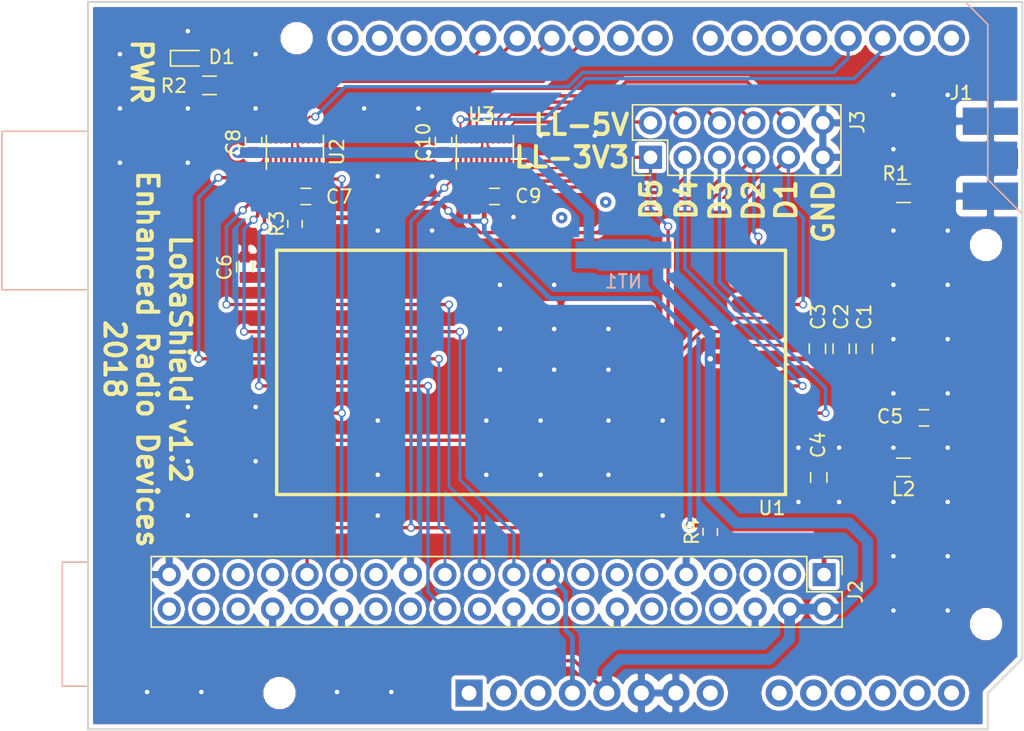
<source format=kicad_pcb>
(kicad_pcb (version 20171130) (host pcbnew "(5.0.0)")
  (title_block (date "lun. 30 mars 2015"))
  (layers (0 F.Cu signal) (31 B.Cu signal) (34 B.Paste user) (35 F.Paste user) (36 B.SilkS user) (37 F.SilkS user) (38 B.Mask user) (39 F.Mask user) (44 Edge.Cuts user))
  (net 0 "")
  (net 1 +5V)
  (net 2 GND)
  (net 3 +3V3)
  (net 4 SCK)
  (net 5 MISO)
  (net 6 MOSI)
  (net 7 SS)
  (net 8 DIO1)
  (net 9 DIO2)
  (net 10 DIO3)
  (net 11 DIO4)
  (net 12 DIO5)
  (net 13 RADIO_RESET)
  (net 14 DIO0)
  (net 15 "Net-(C4-Pad1)")
  (net 16 "Net-(C5-Pad1)")
  (net 17 /RFM_MISO)
  (net 18 /RFM_MOSI)
  (net 19 /RFM_SCK)
  (net 20 /RFM_SS)
  (net 21 /RFM_RST)
  (net 22 /RFM_DIO5)
  (net 23 /RFM_DIO4)
  (net 24 /RFM_DIO2)
  (net 25 /RFM_DIO0)
  (net 26 /RFM_DIO1)
  (net 27 /RFM_DIO3)
  (net 28 VBUS)
  (net 29 "Net-(D1-Pad2)")
  (net 30 +3.3VP)
  (net 31 "Net-(C6-Pad1)")
  (module mogar_modules_new:Via_D0.8382_Drill0.331 (layer F.Cu) (at 148.908 87.465)
    (fp_text reference REF** hide)
    (fp_text value Via_D0.8382_Drill0.331 hide)
    (pad 1 thru_hole circle (at 0 0) (size 0.8382 0.8382) (drill 0.331) (layers *.Cu))
  )
  (module mogar_modules_new:Via_D0.8382_Drill0.331 (layer F.Cu) (at 145.658 88.615)
    (fp_text reference REF** hide)
    (fp_text value Via_D0.8382_Drill0.331 hide)
    (pad 1 thru_hole circle (at 0 0) (size 0.8382 0.8382) (drill 0.331) (layers *.Cu))
  )
  (module mogar_modules_new:RFM98PW (layer F.Cu) (at 160.158 107.015 180)
    (fp_text reference U1 (at -1 -3 180) (layer F.SilkS))
    (fp_text value RFM95PW)
    (pad 17 smd rect (at 14.55 8.75 180) (size 13 6) (layers F.Cu F.Paste F.Mask) (net 2 GND))
    (pad 16 smd oval (at 33.7 0 180) (size 4 1.2) (layers F.Cu F.Paste F.Mask) (net 2 GND))
    (pad 15 smd oval (at 33.7 2 180) (size 4 1.2) (layers F.Cu F.Paste F.Mask) (net 22 /RFM_DIO5))
    (pad 14 smd oval (at 33.7 4 180) (size 4 1.2) (layers F.Cu F.Paste F.Mask) (net 21 /RFM_RST))
    (pad 13 smd oval (at 33.7 6 180) (size 4 1.2) (layers F.Cu F.Paste F.Mask) (net 20 /RFM_SS))
    (pad 12 smd oval (at 33.7 8 180) (size 4 1.2) (layers F.Cu F.Paste F.Mask) (net 19 /RFM_SCK))
    (pad 11 smd oval (at 33.7 10 180) (size 4 1.2) (layers F.Cu F.Paste F.Mask) (net 18 /RFM_MOSI))
    (pad 10 smd oval (at 33.7 12 180) (size 4 1.2) (layers F.Cu F.Paste F.Mask) (net 17 /RFM_MISO))
    (pad 9 smd oval (at 33.7 14 180) (size 4 1.2) (layers F.Cu F.Paste F.Mask) (net 31 "Net-(C6-Pad1)"))
    (pad 8 smd oval (at 0 14 180) (size 4 1.2) (layers F.Cu F.Paste F.Mask) (net 24 /RFM_DIO2))
    (pad 7 smd oval (at 0 12 180) (size 4 1.2) (layers F.Cu F.Paste F.Mask) (net 26 /RFM_DIO1))
    (pad 6 smd oval (at 0 10 180) (size 4 1.2) (layers F.Cu F.Paste F.Mask) (net 25 /RFM_DIO0))
    (pad 5 smd oval (at 0 8 180) (size 4 1.2) (layers F.Cu F.Paste F.Mask) (net 1 +5V))
    (pad 4 smd oval (at 0 6 180) (size 4 1.2) (layers F.Cu F.Paste F.Mask) (net 23 /RFM_DIO4))
    (pad 3 smd oval (at 0 4 180) (size 4 1.2) (layers F.Cu F.Paste F.Mask) (net 27 /RFM_DIO3))
    (pad 2 smd oval (at 0 2 180) (size 4 1.2) (layers F.Cu F.Paste F.Mask) (net 2 GND))
    (pad 1 smd oval (at 0 0 180) (size 4 1.2) (layers F.Cu F.Paste F.Mask) (net 15 "Net-(C4-Pad1)"))
  )
  (module mogar_modules_new:Via_D0.8382_Drill0.331 (layer F.Cu) (at 132.108 103.565)
    (fp_text reference REF** hide)
    (fp_text value Via_D0.8382_Drill0.331 hide)
    (pad 1 thru_hole circle (at 0 0) (size 0.8382 0.8382) (drill 0.331) (layers *.Cu) (net 2 GND))
  )
  (module mogar_modules_new:Via_D0.8382_Drill0.331 (layer F.Cu) (at 132.108 110.565)
    (fp_text reference REF** hide)
    (fp_text value Via_D0.8382_Drill0.331 hide)
    (pad 1 thru_hole circle (at 0 0) (size 0.8382 0.8382) (drill 0.331) (layers *.Cu) (net 2 GND))
  )
  (module mogar_modules_new:Via_D0.8382_Drill0.331 (layer F.Cu) (at 132.108 107.565)
    (fp_text reference REF** hide)
    (fp_text value Via_D0.8382_Drill0.331 hide)
    (pad 1 thru_hole circle (at 0 0) (size 0.8382 0.8382) (drill 0.331) (layers *.Cu) (net 2 GND))
  )
  (module mogar_modules_new:Via_D0.8382_Drill0.331 (layer F.Cu) (at 149.108 96.815)
    (fp_text reference REF** hide)
    (fp_text value Via_D0.8382_Drill0.331 hide)
    (pad 1 thru_hole circle (at 0 0) (size 0.8382 0.8382) (drill 0.331) (layers *.Cu) (net 2 GND))
  )
  (module mogar_modules_new:Via_D0.8382_Drill0.331 (layer F.Cu) (at 149.108 99.815)
    (fp_text reference REF** hide)
    (fp_text value Via_D0.8382_Drill0.331 hide)
    (pad 1 thru_hole circle (at 0 0) (size 0.8382 0.8382) (drill 0.331) (layers *.Cu) (net 2 GND))
  )
  (module mogar_modules_new:Via_D0.8382_Drill0.331 (layer F.Cu) (at 145.108 96.815)
    (fp_text reference REF** hide)
    (fp_text value Via_D0.8382_Drill0.331 hide)
    (pad 1 thru_hole circle (at 0 0) (size 0.8382 0.8382) (drill 0.331) (layers *.Cu) (net 2 GND))
  )
  (module mogar_modules_new:Via_D0.8382_Drill0.331 (layer F.Cu) (at 145.108 99.815)
    (fp_text reference REF** hide)
    (fp_text value Via_D0.8382_Drill0.331 hide)
    (pad 1 thru_hole circle (at 0 0) (size 0.8382 0.8382) (drill 0.331) (layers *.Cu) (net 2 GND))
  )
  (module mogar_modules_new:Via_D0.8382_Drill0.331 (layer F.Cu) (at 141.108 99.815)
    (fp_text reference REF** hide)
    (fp_text value Via_D0.8382_Drill0.331 hide)
    (pad 1 thru_hole circle (at 0 0) (size 0.8382 0.8382) (drill 0.331) (layers *.Cu) (net 2 GND))
  )
  (module mogar_modules_new:Via_D0.8382_Drill0.331 (layer F.Cu) (at 141.108 96.815)
    (fp_text reference REF** hide)
    (fp_text value Via_D0.8382_Drill0.331 hide)
    (pad 1 thru_hole circle (at 0 0) (size 0.8382 0.8382) (drill 0.331) (layers *.Cu) (net 2 GND))
  )
  (module mogar_modules_new:Via_D0.8382_Drill0.331 (layer F.Cu) (at 163.108 105.565)
    (fp_text reference REF** hide)
    (fp_text value Via_D0.8382_Drill0.331 hide)
    (pad 1 thru_hole circle (at 0 0) (size 0.8382 0.8382) (drill 0.331) (layers *.Cu) (net 2 GND))
  )
  (module mogar_modules_new:Via_D0.8382_Drill0.331 (layer F.Cu) (at 163.108 109.565)
    (fp_text reference REF** hide)
    (fp_text value Via_D0.8382_Drill0.331 hide)
    (pad 1 thru_hole circle (at 0 0) (size 0.8382 0.8382) (drill 0.331) (layers *.Cu) (net 2 GND))
  )
  (module mogar_modules_new:Via_D0.8382_Drill0.331 (layer F.Cu) (at 166.108 105.565)
    (fp_text reference REF** hide)
    (fp_text value Via_D0.8382_Drill0.331 hide)
    (pad 1 thru_hole circle (at 0 0) (size 0.8382 0.8382) (drill 0.331) (layers *.Cu) (net 2 GND))
  )
  (module mogar_modules_new:Via_D0.8382_Drill0.331 (layer F.Cu) (at 166.108 109.565)
    (fp_text reference REF** hide)
    (fp_text value Via_D0.8382_Drill0.331 hide)
    (pad 1 thru_hole circle (at 0 0) (size 0.8382 0.8382) (drill 0.331) (layers *.Cu) (net 2 GND))
  )
  (module mogar_modules_new:Via_D0.8382_Drill0.331 (layer F.Cu) (at 142.108 88.565)
    (fp_text reference REF** hide)
    (fp_text value Via_D0.8382_Drill0.331 hide)
    (pad 1 thru_hole circle (at 0 0) (size 0.8382 0.8382) (drill 0.331) (layers *.Cu) (net 2 GND))
  )
  (module mogar_modules_new:Via_D0.8382_Drill0.331 (layer F.Cu) (at 144.108 82.565)
    (fp_text reference REF** hide)
    (fp_text value Via_D0.8382_Drill0.331 hide)
    (pad 1 thru_hole circle (at 0 0) (size 0.8382 0.8382) (drill 0.331) (layers *.Cu) (net 2 GND))
  )
  (module mogar_modules_new:Via_D0.8382_Drill0.331 (layer F.Cu) (at 148.108 82.565)
    (fp_text reference REF** hide)
    (fp_text value Via_D0.8382_Drill0.331 hide)
    (pad 1 thru_hole circle (at 0 0) (size 0.8382 0.8382) (drill 0.331) (layers *.Cu) (net 2 GND))
  )
  (module mogar_modules_new:Via_D0.8382_Drill0.331 (layer F.Cu) (at 123.108 76.565)
    (fp_text reference REF** hide)
    (fp_text value Via_D0.8382_Drill0.331 hide)
    (pad 1 thru_hole circle (at 0 0) (size 0.8382 0.8382) (drill 0.331) (layers *.Cu) (net 2 GND))
  )
  (module mogar_modules_new:Via_D0.8382_Drill0.331 (layer F.Cu) (at 123.108 80.565)
    (fp_text reference REF** hide)
    (fp_text value Via_D0.8382_Drill0.331 hide)
    (pad 1 thru_hole circle (at 0 0) (size 0.8382 0.8382) (drill 0.331) (layers *.Cu) (net 2 GND))
  )
  (module mogar_modules_new:Via_D0.8382_Drill0.331 (layer F.Cu) (at 132.108 85.565)
    (fp_text reference REF** hide)
    (fp_text value Via_D0.8382_Drill0.331 hide)
    (pad 1 thru_hole circle (at 0 0) (size 0.8382 0.8382) (drill 0.331) (layers *.Cu) (net 2 GND))
  )
  (module mogar_modules_new:Via_D0.8382_Drill0.331 (layer F.Cu) (at 136.108 85.565)
    (fp_text reference REF** hide)
    (fp_text value Via_D0.8382_Drill0.331 hide)
    (pad 1 thru_hole circle (at 0 0) (size 0.8382 0.8382) (drill 0.331) (layers *.Cu) (net 2 GND))
  )
  (module mogar_modules_new:Via_D0.8382_Drill0.331 (layer F.Cu) (at 141.108 93.565)
    (fp_text reference REF** hide)
    (fp_text value Via_D0.8382_Drill0.331 hide)
    (pad 1 thru_hole circle (at 0 0) (size 0.8382 0.8382) (drill 0.331) (layers *.Cu) (net 2 GND))
  )
  (module mogar_modules_new:Via_D0.8382_Drill0.331 (layer F.Cu) (at 145.108 93.565)
    (fp_text reference REF** hide)
    (fp_text value Via_D0.8382_Drill0.331 hide)
    (pad 1 thru_hole circle (at 0 0) (size 0.8382 0.8382) (drill 0.331) (layers *.Cu) (net 2 GND))
  )
  (module mogar_modules_new:Via_D0.8382_Drill0.331 (layer F.Cu) (at 131.108 80.565)
    (fp_text reference REF** hide)
    (fp_text value Via_D0.8382_Drill0.331 hide)
    (pad 1 thru_hole circle (at 0 0) (size 0.8382 0.8382) (drill 0.331) (layers *.Cu) (net 2 GND))
  )
  (module mogar_modules_new:Via_D0.8382_Drill0.331 (layer F.Cu) (at 135.108 80.565)
    (fp_text reference REF** hide)
    (fp_text value Via_D0.8382_Drill0.331 hide)
    (pad 1 thru_hole circle (at 0 0) (size 0.8382 0.8382) (drill 0.331) (layers *.Cu) (net 2 GND))
  )
  (module mogar_modules_new:Via_D0.8382_Drill0.331 (layer F.Cu) (at 132.108 89.565)
    (fp_text reference REF** hide)
    (fp_text value Via_D0.8382_Drill0.331 hide)
    (pad 1 thru_hole circle (at 0 0) (size 0.8382 0.8382) (drill 0.331) (layers *.Cu) (net 2 GND))
  )
  (module mogar_modules_new:Via_D0.8382_Drill0.331 (layer F.Cu) (at 136.108 89.565)
    (fp_text reference REF** hide)
    (fp_text value Via_D0.8382_Drill0.331 hide)
    (pad 1 thru_hole circle (at 0 0) (size 0.8382 0.8382) (drill 0.331) (layers *.Cu) (net 2 GND))
  )
  (module mogar_modules_new:Via_D0.8382_Drill0.331 (layer F.Cu) (at 115.108 123.565)
    (fp_text reference REF** hide)
    (fp_text value Via_D0.8382_Drill0.331 hide)
    (pad 1 thru_hole circle (at 0 0) (size 0.8382 0.8382) (drill 0.331) (layers *.Cu) (net 2 GND))
  )
  (module mogar_modules_new:Via_D0.8382_Drill0.331 (layer F.Cu) (at 119.108 123.565)
    (fp_text reference REF** hide)
    (fp_text value Via_D0.8382_Drill0.331 hide)
    (pad 1 thru_hole circle (at 0 0) (size 0.8382 0.8382) (drill 0.331) (layers *.Cu) (net 2 GND))
  )
  (module mogar_modules_new:Via_D0.8382_Drill0.331 (layer F.Cu) (at 129.108 123.565)
    (fp_text reference REF** hide)
    (fp_text value Via_D0.8382_Drill0.331 hide)
    (pad 1 thru_hole circle (at 0 0) (size 0.8382 0.8382) (drill 0.331) (layers *.Cu) (net 2 GND))
  )
  (module mogar_modules_new:Via_D0.8382_Drill0.331 (layer F.Cu) (at 133.108 123.565)
    (fp_text reference REF** hide)
    (fp_text value Via_D0.8382_Drill0.331 hide)
    (pad 1 thru_hole circle (at 0 0) (size 0.8382 0.8382) (drill 0.331) (layers *.Cu) (net 2 GND))
  )
  (module mogar_modules_new:Via_D0.8382_Drill0.331 (layer F.Cu) (at 149.108 103.565)
    (fp_text reference REF** hide)
    (fp_text value Via_D0.8382_Drill0.331 hide)
    (pad 1 thru_hole circle (at 0 0) (size 0.8382 0.8382) (drill 0.331) (layers *.Cu) (net 2 GND))
  )
  (module mogar_modules_new:Via_D0.8382_Drill0.331 (layer F.Cu) (at 149.108 107.565)
    (fp_text reference REF** hide)
    (fp_text value Via_D0.8382_Drill0.331 hide)
    (pad 1 thru_hole circle (at 0 0) (size 0.8382 0.8382) (drill 0.331) (layers *.Cu) (net 2 GND))
  )
  (module mogar_modules_new:Via_D0.8382_Drill0.331 (layer F.Cu) (at 153.108 110.565)
    (fp_text reference REF** hide)
    (fp_text value Via_D0.8382_Drill0.331 hide)
    (pad 1 thru_hole circle (at 0 0) (size 0.8382 0.8382) (drill 0.331) (layers *.Cu) (net 2 GND))
  )
  (module mogar_modules_new:Via_D0.8382_Drill0.331 (layer F.Cu) (at 153.108 103.565)
    (fp_text reference REF** hide)
    (fp_text value Via_D0.8382_Drill0.331 hide)
    (pad 1 thru_hole circle (at 0 0) (size 0.8382 0.8382) (drill 0.331) (layers *.Cu) (net 2 GND))
  )
  (module mogar_modules_new:Via_D0.8382_Drill0.331 (layer F.Cu) (at 140.108 103.565)
    (fp_text reference REF** hide)
    (fp_text value Via_D0.8382_Drill0.331 hide)
    (pad 1 thru_hole circle (at 0 0) (size 0.8382 0.8382) (drill 0.331) (layers *.Cu) (net 2 GND))
  )
  (module mogar_modules_new:Via_D0.8382_Drill0.331 (layer F.Cu) (at 140.108 107.565)
    (fp_text reference REF** hide)
    (fp_text value Via_D0.8382_Drill0.331 hide)
    (pad 1 thru_hole circle (at 0 0) (size 0.8382 0.8382) (drill 0.331) (layers *.Cu) (net 2 GND))
  )
  (module mogar_modules_new:Via_D0.8382_Drill0.331 (layer F.Cu) (at 144.108 107.565)
    (fp_text reference REF** hide)
    (fp_text value Via_D0.8382_Drill0.331 hide)
    (pad 1 thru_hole circle (at 0 0) (size 0.8382 0.8382) (drill 0.331) (layers *.Cu) (net 2 GND))
  )
  (module mogar_modules_new:Via_D0.8382_Drill0.331 (layer F.Cu) (at 144.108 103.565)
    (fp_text reference REF** hide)
    (fp_text value Via_D0.8382_Drill0.331 hide)
    (pad 1 thru_hole circle (at 0 0) (size 0.8382 0.8382) (drill 0.331) (layers *.Cu) (net 2 GND))
  )
  (module mogar_modules_new:Via_D0.8382_Drill0.331 (layer F.Cu) (at 113.108 76.565)
    (fp_text reference REF** hide)
    (fp_text value Via_D0.8382_Drill0.331 hide)
    (pad 1 thru_hole circle (at 0 0) (size 0.8382 0.8382) (drill 0.331) (layers *.Cu) (net 2 GND))
  )
  (module mogar_modules_new:Via_D0.8382_Drill0.331 (layer F.Cu) (at 113.108 80.565)
    (fp_text reference REF** hide)
    (fp_text value Via_D0.8382_Drill0.331 hide)
    (pad 1 thru_hole circle (at 0 0) (size 0.8382 0.8382) (drill 0.331) (layers *.Cu) (net 2 GND))
  )
  (module mogar_modules_new:Via_D0.8382_Drill0.331 (layer F.Cu) (at 113.108 84.565)
    (fp_text reference REF** hide)
    (fp_text value Via_D0.8382_Drill0.331 hide)
    (pad 1 thru_hole circle (at 0 0) (size 0.8382 0.8382) (drill 0.331) (layers *.Cu) (net 2 GND))
  )
  (module mogar_modules_new:Via_D0.8382_Drill0.331 (layer F.Cu) (at 118.108 80.565)
    (fp_text reference REF** hide)
    (fp_text value Via_D0.8382_Drill0.331 hide)
    (pad 1 thru_hole circle (at 0 0) (size 0.8382 0.8382) (drill 0.331) (layers *.Cu) (net 2 GND))
  )
  (module mogar_modules_new:Via_D0.8382_Drill0.331 (layer F.Cu) (at 118.108 84.565)
    (fp_text reference REF** hide)
    (fp_text value Via_D0.8382_Drill0.331 hide)
    (pad 1 thru_hole circle (at 0 0) (size 0.8382 0.8382) (drill 0.331) (layers *.Cu) (net 2 GND))
  )
  (module mogar_modules_new:Via_D0.8382_Drill0.331 (layer F.Cu) (at 118.108 74.865)
    (fp_text reference REF** hide)
    (fp_text value Via_D0.8382_Drill0.331 hide)
    (pad 1 thru_hole circle (at 0 0) (size 0.8382 0.8382) (drill 0.331) (layers *.Cu) (net 2 GND))
  )
  (module mogar_modules_new:Via_D0.8382_Drill0.331 (layer F.Cu) (at 123.108 106.565)
    (fp_text reference REF** hide)
    (fp_text value Via_D0.8382_Drill0.331 hide)
    (pad 1 thru_hole circle (at 0 0) (size 0.8382 0.8382) (drill 0.331) (layers *.Cu) (net 2 GND))
  )
  (module mogar_modules_new:Via_D0.8382_Drill0.331 (layer F.Cu) (at 123.108 110.565)
    (fp_text reference REF** hide)
    (fp_text value Via_D0.8382_Drill0.331 hide)
    (pad 1 thru_hole circle (at 0 0) (size 0.8382 0.8382) (drill 0.331) (layers *.Cu) (net 2 GND))
  )
  (module mogar_modules_new:Via_D0.8382_Drill0.331 (layer F.Cu) (at 123.108 102.565)
    (fp_text reference REF** hide)
    (fp_text value Via_D0.8382_Drill0.331 hide)
    (pad 1 thru_hole circle (at 0 0) (size 0.8382 0.8382) (drill 0.331) (layers *.Cu) (net 2 GND))
  )
  (module mogar_modules_new:Via_D0.8382_Drill0.331 (layer F.Cu) (at 118.108 106.565)
    (fp_text reference REF** hide)
    (fp_text value Via_D0.8382_Drill0.331 hide)
    (pad 1 thru_hole circle (at 0 0) (size 0.8382 0.8382) (drill 0.331) (layers *.Cu) (net 2 GND))
  )
  (module mogar_modules_new:Via_D0.8382_Drill0.331 (layer F.Cu) (at 118.108 110.565)
    (fp_text reference REF** hide)
    (fp_text value Via_D0.8382_Drill0.331 hide)
    (pad 1 thru_hole circle (at 0 0) (size 0.8382 0.8382) (drill 0.331) (layers *.Cu) (net 2 GND))
  )
  (module mogar_modules_new:Via_D0.8382_Drill0.331 (layer F.Cu) (at 118.108 102.565)
    (fp_text reference REF** hide)
    (fp_text value Via_D0.8382_Drill0.331 hide)
    (pad 1 thru_hole circle (at 0 0) (size 0.8382 0.8382) (drill 0.331) (layers *.Cu) (net 2 GND))
  )
  (module mogar_modules_new:Via_D0.8382_Drill0.331 (layer F.Cu) (at 174.108 79.565)
    (fp_text reference REF** hide)
    (fp_text value Via_D0.8382_Drill0.331 hide)
    (pad 1 thru_hole circle (at 0 0) (size 0.8382 0.8382) (drill 0.331) (layers *.Cu) (net 2 GND))
  )
  (module mogar_modules_new:Via_D0.8382_Drill0.331 (layer F.Cu) (at 170.108 79.565)
    (fp_text reference REF** hide)
    (fp_text value Via_D0.8382_Drill0.331 hide)
    (pad 1 thru_hole circle (at 0 0) (size 0.8382 0.8382) (drill 0.331) (layers *.Cu) (net 2 GND))
  )
  (module mogar_modules_new:Via_D0.8382_Drill0.331 (layer F.Cu) (at 170.108 83.565)
    (fp_text reference REF** hide)
    (fp_text value Via_D0.8382_Drill0.331 hide)
    (pad 1 thru_hole circle (at 0 0) (size 0.8382 0.8382) (drill 0.331) (layers *.Cu) (net 2 GND))
  )
  (module mogar_modules_new:Via_D0.8382_Drill0.331 (layer F.Cu) (at 170.108 89.565)
    (fp_text reference REF** hide)
    (fp_text value Via_D0.8382_Drill0.331 hide)
    (pad 1 thru_hole circle (at 0 0) (size 0.8382 0.8382) (drill 0.331) (layers *.Cu) (net 2 GND))
  )
  (module mogar_modules_new:Via_D0.8382_Drill0.331 (layer F.Cu) (at 170.108 93.565)
    (fp_text reference REF** hide)
    (fp_text value Via_D0.8382_Drill0.331 hide)
    (pad 1 thru_hole circle (at 0 0) (size 0.8382 0.8382) (drill 0.331) (layers *.Cu) (net 2 GND))
  )
  (module mogar_modules_new:Via_D0.8382_Drill0.331 (layer F.Cu) (at 170.108 101.565)
    (fp_text reference REF** hide)
    (fp_text value Via_D0.8382_Drill0.331 hide)
    (pad 1 thru_hole circle (at 0 0) (size 0.8382 0.8382) (drill 0.331) (layers *.Cu) (net 2 GND))
  )
  (module mogar_modules_new:Via_D0.8382_Drill0.331 (layer F.Cu) (at 170.108 97.565)
    (fp_text reference REF** hide)
    (fp_text value Via_D0.8382_Drill0.331 hide)
    (pad 1 thru_hole circle (at 0 0) (size 0.8382 0.8382) (drill 0.331) (layers *.Cu) (net 2 GND))
  )
  (module mogar_modules_new:Via_D0.8382_Drill0.331 (layer F.Cu) (at 170.108 113.565)
    (fp_text reference REF** hide)
    (fp_text value Via_D0.8382_Drill0.331 hide)
    (pad 1 thru_hole circle (at 0 0) (size 0.8382 0.8382) (drill 0.331) (layers *.Cu) (net 2 GND))
  )
  (module mogar_modules_new:Via_D0.8382_Drill0.331 (layer F.Cu) (at 170.108 117.565)
    (fp_text reference REF** hide)
    (fp_text value Via_D0.8382_Drill0.331 hide)
    (pad 1 thru_hole circle (at 0 0) (size 0.8382 0.8382) (drill 0.331) (layers *.Cu) (net 2 GND))
  )
  (module mogar_modules_new:Via_D0.8382_Drill0.331 (layer F.Cu) (at 170.108 109.565)
    (fp_text reference REF** hide)
    (fp_text value Via_D0.8382_Drill0.331 hide)
    (pad 1 thru_hole circle (at 0 0) (size 0.8382 0.8382) (drill 0.331) (layers *.Cu) (net 2 GND))
  )
  (module mogar_modules_new:Via_D0.8382_Drill0.331 (layer F.Cu) (at 170.108 105.565)
    (fp_text reference REF** hide)
    (fp_text value Via_D0.8382_Drill0.331 hide)
    (pad 1 thru_hole circle (at 0 0) (size 0.8382 0.8382) (drill 0.331) (layers *.Cu) (net 2 GND))
  )
  (module mogar_modules_new:Via_D0.8382_Drill0.331 (layer F.Cu) (at 174.108 89.565)
    (fp_text reference REF** hide)
    (fp_text value Via_D0.8382_Drill0.331 hide)
    (pad 1 thru_hole circle (at 0 0) (size 0.8382 0.8382) (drill 0.331) (layers *.Cu) (net 2 GND))
  )
  (module mogar_modules_new:Via_D0.8382_Drill0.331 (layer F.Cu) (at 174.108 93.565)
    (fp_text reference REF** hide)
    (fp_text value Via_D0.8382_Drill0.331 hide)
    (pad 1 thru_hole circle (at 0 0) (size 0.8382 0.8382) (drill 0.331) (layers *.Cu) (net 2 GND))
  )
  (module mogar_modules_new:Via_D0.8382_Drill0.331 (layer F.Cu) (at 174.108 101.565)
    (fp_text reference REF** hide)
    (fp_text value Via_D0.8382_Drill0.331 hide)
    (pad 1 thru_hole circle (at 0 0) (size 0.8382 0.8382) (drill 0.331) (layers *.Cu) (net 2 GND))
  )
  (module mogar_modules_new:Via_D0.8382_Drill0.331 (layer F.Cu) (at 174.108 97.565)
    (fp_text reference REF** hide)
    (fp_text value Via_D0.8382_Drill0.331 hide)
    (pad 1 thru_hole circle (at 0 0) (size 0.8382 0.8382) (drill 0.331) (layers *.Cu) (net 2 GND))
  )
  (module mogar_modules_new:Via_D0.8382_Drill0.331 (layer F.Cu) (at 174.108 113.565)
    (fp_text reference REF** hide)
    (fp_text value Via_D0.8382_Drill0.331 hide)
    (pad 1 thru_hole circle (at 0 0) (size 0.8382 0.8382) (drill 0.331) (layers *.Cu) (net 2 GND))
  )
  (module mogar_modules_new:Via_D0.8382_Drill0.331 (layer F.Cu) (at 174.108 117.565)
    (fp_text reference REF** hide)
    (fp_text value Via_D0.8382_Drill0.331 hide)
    (pad 1 thru_hole circle (at 0 0) (size 0.8382 0.8382) (drill 0.331) (layers *.Cu) (net 2 GND))
  )
  (module mogar_modules_new:Via_D0.8382_Drill0.331 (layer F.Cu) (at 174.108 109.565)
    (fp_text reference REF** hide)
    (fp_text value Via_D0.8382_Drill0.331 hide)
    (pad 1 thru_hole circle (at 0 0) (size 0.8382 0.8382) (drill 0.331) (layers *.Cu) (net 2 GND))
  )
  (module mogar_modules_new:Via_D0.8382_Drill0.331 (layer F.Cu) (at 174.108 105.565)
    (fp_text reference REF** hide)
    (fp_text value Via_D0.8382_Drill0.331 hide)
    (pad 1 thru_hole circle (at 0 0) (size 0.8382 0.8382) (drill 0.331) (layers *.Cu) (net 2 GND))
  )
  (module Capacitors_SMD:C_0603 (layer F.Cu) (at 167.958 98.265 90)
    (fp_text reference C1 (at 2.35 0 90) (layer F.SilkS))
    (fp_text value 4u7)
    (pad 2 smd rect (at 0.75 0 90) (size 0.8 0.75) (layers F.Cu F.Paste F.Mask) (net 2 GND))
    (pad 1 smd rect (at -0.75 0 90) (size 0.8 0.75) (layers F.Cu F.Paste F.Mask) (net 1 +5V))
  )
  (module Capacitors_SMD:C_0603 (layer F.Cu) (at 166.258 98.265 90)
    (fp_text reference C2 (at 2.35 0 90) (layer F.SilkS))
    (fp_text value 1u)
    (pad 2 smd rect (at 0.75 0 90) (size 0.8 0.75) (layers F.Cu F.Paste F.Mask) (net 2 GND))
    (pad 1 smd rect (at -0.75 0 90) (size 0.8 0.75) (layers F.Cu F.Paste F.Mask) (net 1 +5V))
  )
  (module Capacitors_SMD:C_0603 (layer F.Cu) (at 164.508 98.265 90)
    (fp_text reference C3 (at 2.35 0.05 90) (layer F.SilkS))
    (fp_text value 0u1)
    (pad 2 smd rect (at 0.75 0 90) (size 0.8 0.75) (layers F.Cu F.Paste F.Mask) (net 2 GND))
    (pad 1 smd rect (at -0.75 0 90) (size 0.8 0.75) (layers F.Cu F.Paste F.Mask) (net 1 +5V))
  )
  (module mogar_modules_new:SMA-EDGE-HandSolder (layer F.Cu) (at 177.258 84.265 90)
    (fp_text reference J1 (at 4.85 -2.15 180) (layer F.SilkS))
    (fp_text value SMA_EDGE)
    (pad GND smd rect (at -2.762 0 90) (size 2 4.064) (layers F.Cu F.Mask) (net 2 GND))
    (pad GND smd rect (at 2.762 0 90) (size 2 4.064) (layers F.Cu F.Mask) (net 2 GND))
    (pad GND smd rect (at -2.762 0 90) (size 2 4.064) (layers B.Cu B.Mask) (net 2 GND))
    (pad GND smd rect (at 2.762 0 90) (size 2 4.064) (layers B.Cu B.Mask) (net 2 GND))
    (pad SIG smd rect (at 0 0 90) (size 1.524 4.064) (layers F.Cu F.Mask) (net 16 "Net-(C5-Pad1)"))
  )
  (module Capacitors_SMD:C_0603 (layer F.Cu) (at 164.608 107.765 270)
    (fp_text reference C4 (at -2.4 0.05 270) (layer F.SilkS))
    (fp_text value 6p)
    (pad 2 smd rect (at 0.75 0 270) (size 0.8 0.75) (layers F.Cu F.Paste F.Mask) (net 2 GND))
    (pad 1 smd rect (at -0.75 0 270) (size 0.8 0.75) (layers F.Cu F.Paste F.Mask) (net 15 "Net-(C4-Pad1)"))
  )
  (module Capacitors_SMD:C_0603 (layer F.Cu) (at 172.358 103.365)
    (fp_text reference C5 (at -2.5 -0.1) (layer F.SilkS))
    (fp_text value 6p)
    (pad 2 smd rect (at 0.75 0) (size 0.8 0.75) (layers F.Cu F.Paste F.Mask) (net 2 GND))
    (pad 1 smd rect (at -0.75 0) (size 0.8 0.75) (layers F.Cu F.Paste F.Mask) (net 16 "Net-(C5-Pad1)"))
  )
  (module Inductors_SMD:L_0603 (layer F.Cu) (at 170.858 107.015 180)
    (fp_text reference L2 (at 0 -1.6 180) (layer F.SilkS))
    (fp_text value 18n)
    (pad 1 smd rect (at -0.75 0 180) (size 0.5 0.9) (layers F.Cu F.Paste F.Mask) (net 16 "Net-(C5-Pad1)"))
    (pad 2 smd rect (at 0.75 0 180) (size 0.5 0.9) (layers F.Cu F.Paste F.Mask) (net 15 "Net-(C4-Pad1)"))
  )
  (module Capacitors_SMD:C_0603 (layer F.Cu) (at 122.308 92.265 90)
    (fp_text reference C6 (at 0 -1.5 90) (layer F.SilkS))
    (fp_text value 1u)
    (pad 2 smd rect (at 0.75 0 90) (size 0.8 0.75) (layers F.Cu F.Paste F.Mask) (net 2 GND))
    (pad 1 smd rect (at -0.75 0 90) (size 0.8 0.75) (layers F.Cu F.Paste F.Mask) (net 31 "Net-(C6-Pad1)"))
  )
  (module Capacitors_SMD:C_0603 (layer F.Cu) (at 126.808 87.05)
    (fp_text reference C7 (at 2.45 0.015) (layer F.SilkS))
    (fp_text value 0u1)
    (pad 2 smd rect (at 0.75 0) (size 0.8 0.75) (layers F.Cu F.Paste F.Mask) (net 2 GND))
    (pad 1 smd rect (at -0.75 0) (size 0.8 0.75) (layers F.Cu F.Paste F.Mask) (net 3 +3V3))
  )
  (module Capacitors_SMD:C_0603 (layer F.Cu) (at 122.958 83.05 90)
    (fp_text reference C8 (at 0 -1.5 90) (layer F.SilkS))
    (fp_text value 0u1)
    (pad 2 smd rect (at 0.75 0 90) (size 0.8 0.75) (layers F.Cu F.Paste F.Mask) (net 2 GND))
    (pad 1 smd rect (at -0.75 0 90) (size 0.8 0.75) (layers F.Cu F.Paste F.Mask) (net 28 VBUS))
  )
  (module Pin_Headers:Pin_Header_Straight_2x20_Pitch2.54mm (layer F.Cu) (at 165 114.915 270)
    (fp_text reference J2 (at 1.27 -2.33 270) (layer F.SilkS))
    (fp_text value Conn_02x20_Odd_Even)
    (pad 1 thru_hole rect (at 0 0 270) (size 1.7 1.7) (drill 1) (layers *.Cu *.Mask) (net 30 +3.3VP))
    (pad 2 thru_hole oval (at 2.54 0 270) (size 1.7 1.7) (drill 1) (layers *.Cu *.Mask) (net 1 +5V))
    (pad 3 thru_hole oval (at 0 2.54 270) (size 1.7 1.7) (drill 1) (layers *.Cu *.Mask))
    (pad 4 thru_hole oval (at 2.54 2.54 270) (size 1.7 1.7) (drill 1) (layers *.Cu *.Mask) (net 1 +5V))
    (pad 5 thru_hole oval (at 0 5.08 270) (size 1.7 1.7) (drill 1) (layers *.Cu *.Mask))
    (pad 6 thru_hole oval (at 2.54 5.08 270) (size 1.7 1.7) (drill 1) (layers *.Cu *.Mask) (net 2 GND))
    (pad 7 thru_hole oval (at 0 7.62 270) (size 1.7 1.7) (drill 1) (layers *.Cu *.Mask))
    (pad 8 thru_hole oval (at 2.54 7.62 270) (size 1.7 1.7) (drill 1) (layers *.Cu *.Mask))
    (pad 9 thru_hole oval (at 0 10.16 270) (size 1.7 1.7) (drill 1) (layers *.Cu *.Mask) (net 2 GND))
    (pad 10 thru_hole oval (at 2.54 10.16 270) (size 1.7 1.7) (drill 1) (layers *.Cu *.Mask))
    (pad 11 thru_hole oval (at 0 12.7 270) (size 1.7 1.7) (drill 1) (layers *.Cu *.Mask))
    (pad 12 thru_hole oval (at 2.54 12.7 270) (size 1.7 1.7) (drill 1) (layers *.Cu *.Mask))
    (pad 13 thru_hole oval (at 0 15.24 270) (size 1.7 1.7) (drill 1) (layers *.Cu *.Mask))
    (pad 14 thru_hole oval (at 2.54 15.24 270) (size 1.7 1.7) (drill 1) (layers *.Cu *.Mask) (net 2 GND))
    (pad 15 thru_hole oval (at 0 17.78 270) (size 1.7 1.7) (drill 1) (layers *.Cu *.Mask))
    (pad 16 thru_hole oval (at 2.54 17.78 270) (size 1.7 1.7) (drill 1) (layers *.Cu *.Mask))
    (pad 17 thru_hole oval (at 0 20.32 270) (size 1.7 1.7) (drill 1) (layers *.Cu *.Mask) (net 30 +3.3VP))
    (pad 18 thru_hole oval (at 2.54 20.32 270) (size 1.7 1.7) (drill 1) (layers *.Cu *.Mask))
    (pad 19 thru_hole oval (at 0 22.86 270) (size 1.7 1.7) (drill 1) (layers *.Cu *.Mask) (net 18 /RFM_MOSI))
    (pad 20 thru_hole oval (at 2.54 22.86 270) (size 1.7 1.7) (drill 1) (layers *.Cu *.Mask) (net 2 GND))
    (pad 21 thru_hole oval (at 0 25.4 270) (size 1.7 1.7) (drill 1) (layers *.Cu *.Mask) (net 17 /RFM_MISO))
    (pad 22 thru_hole oval (at 2.54 25.4 270) (size 1.7 1.7) (drill 1) (layers *.Cu *.Mask))
    (pad 23 thru_hole oval (at 0 27.94 270) (size 1.7 1.7) (drill 1) (layers *.Cu *.Mask) (net 19 /RFM_SCK))
    (pad 24 thru_hole oval (at 2.54 27.94 270) (size 1.7 1.7) (drill 1) (layers *.Cu *.Mask) (net 20 /RFM_SS))
    (pad 25 thru_hole oval (at 0 30.48 270) (size 1.7 1.7) (drill 1) (layers *.Cu *.Mask) (net 2 GND))
    (pad 26 thru_hole oval (at 2.54 30.48 270) (size 1.7 1.7) (drill 1) (layers *.Cu *.Mask))
    (pad 27 thru_hole oval (at 0 33.02 270) (size 1.7 1.7) (drill 1) (layers *.Cu *.Mask))
    (pad 28 thru_hole oval (at 2.54 33.02 270) (size 1.7 1.7) (drill 1) (layers *.Cu *.Mask))
    (pad 29 thru_hole oval (at 0 35.56 270) (size 1.7 1.7) (drill 1) (layers *.Cu *.Mask) (net 21 /RFM_RST))
    (pad 30 thru_hole oval (at 2.54 35.56 270) (size 1.7 1.7) (drill 1) (layers *.Cu *.Mask) (net 2 GND))
    (pad 31 thru_hole oval (at 0 38.1 270) (size 1.7 1.7) (drill 1) (layers *.Cu *.Mask) (net 25 /RFM_DIO0))
    (pad 32 thru_hole oval (at 2.54 38.1 270) (size 1.7 1.7) (drill 1) (layers *.Cu *.Mask))
    (pad 33 thru_hole oval (at 0 40.64 270) (size 1.7 1.7) (drill 1) (layers *.Cu *.Mask))
    (pad 34 thru_hole oval (at 2.54 40.64 270) (size 1.7 1.7) (drill 1) (layers *.Cu *.Mask) (net 2 GND))
    (pad 35 thru_hole oval (at 0 43.18 270) (size 1.7 1.7) (drill 1) (layers *.Cu *.Mask))
    (pad 36 thru_hole oval (at 2.54 43.18 270) (size 1.7 1.7) (drill 1) (layers *.Cu *.Mask))
    (pad 37 thru_hole oval (at 0 45.72 270) (size 1.7 1.7) (drill 1) (layers *.Cu *.Mask))
    (pad 38 thru_hole oval (at 2.54 45.72 270) (size 1.7 1.7) (drill 1) (layers *.Cu *.Mask))
    (pad 39 thru_hole oval (at 0 48.26 270) (size 1.7 1.7) (drill 1) (layers *.Cu *.Mask) (net 2 GND))
    (pad 40 thru_hole oval (at 2.54 48.26 270) (size 1.7 1.7) (drill 1) (layers *.Cu *.Mask))
  )
  (module Housings_SON:USON-20_2x4mm_Pitch0.4mm (layer F.Cu) (at 126 83.55 90)
    (fp_text reference U2 (at -0.215 3.108 90) (layer F.SilkS))
    (fp_text value TXB0108-DFN20)
    (pad 1 smd rect (at -0.85 -1.8) (size 0.2 1.1) (layers F.Cu F.Paste F.Mask) (net 19 /RFM_SCK))
    (pad 2 smd rect (at -0.9 -1.4) (size 0.2 1) (layers F.Cu F.Paste F.Mask) (net 17 /RFM_MISO))
    (pad 3 smd rect (at -0.9 -1) (size 0.2 1) (layers F.Cu F.Paste F.Mask) (net 18 /RFM_MOSI))
    (pad 4 smd rect (at -0.9 -0.6) (size 0.2 1) (layers F.Cu F.Paste F.Mask) (net 20 /RFM_SS))
    (pad 5 smd rect (at -0.9 -0.2) (size 0.2 1) (layers F.Cu F.Paste F.Mask) (net 3 +3V3))
    (pad 6 smd rect (at -0.9 0.2) (size 0.2 1) (layers F.Cu F.Paste F.Mask) (net 3 +3V3))
    (pad 7 smd rect (at -0.9 0.6) (size 0.2 1) (layers F.Cu F.Paste F.Mask) (net 21 /RFM_RST))
    (pad 8 smd rect (at -0.9 1) (size 0.2 1) (layers F.Cu F.Paste F.Mask))
    (pad 9 smd rect (at -0.9 1.4) (size 0.2 1) (layers F.Cu F.Paste F.Mask))
    (pad 10 smd rect (at -0.9 1.8) (size 0.2 1) (layers F.Cu F.Paste F.Mask))
    (pad 11 smd rect (at 0.9 1.8) (size 0.2 1) (layers F.Cu F.Paste F.Mask))
    (pad 12 smd rect (at 0.9 1.4) (size 0.2 1) (layers F.Cu F.Paste F.Mask))
    (pad 13 smd rect (at 0.9 1) (size 0.2 1) (layers F.Cu F.Paste F.Mask))
    (pad 14 smd rect (at 0.9 0.6) (size 0.2 1) (layers F.Cu F.Paste F.Mask) (net 13 RADIO_RESET))
    (pad 15 smd rect (at 0.9 0.2) (size 0.2 1) (layers F.Cu F.Paste F.Mask) (net 2 GND))
    (pad 16 smd rect (at 0.9 -0.2) (size 0.2 1) (layers F.Cu F.Paste F.Mask) (net 28 VBUS))
    (pad 17 smd rect (at 0.9 -0.6) (size 0.2 1) (layers F.Cu F.Paste F.Mask) (net 7 SS))
    (pad 18 smd rect (at 0.9 -1) (size 0.2 1) (layers F.Cu F.Paste F.Mask) (net 6 MOSI))
    (pad 19 smd rect (at 0.9 -1.4) (size 0.2 1) (layers F.Cu F.Paste F.Mask) (net 5 MISO))
    (pad 20 smd rect (at 0.9 -1.8) (size 0.2 1) (layers F.Cu F.Paste F.Mask) (net 4 SCK))
  )
  (module Capacitors_SMD:C_0603 (layer F.Cu) (at 140.708 87.05)
    (fp_text reference C9 (at 2.5 -0.035) (layer F.SilkS))
    (fp_text value 0u1)
    (pad 2 smd rect (at 0.75 0) (size 0.8 0.75) (layers F.Cu F.Paste F.Mask) (net 2 GND))
    (pad 1 smd rect (at -0.75 0) (size 0.8 0.75) (layers F.Cu F.Paste F.Mask) (net 3 +3V3))
  )
  (module Capacitors_SMD:C_0603 (layer F.Cu) (at 136.958 83.05 90)
    (fp_text reference C10 (at 0 -1.5 90) (layer F.SilkS))
    (fp_text value 0u1)
    (pad 2 smd rect (at 0.75 0 90) (size 0.8 0.75) (layers F.Cu F.Paste F.Mask) (net 2 GND))
    (pad 1 smd rect (at -0.75 0 90) (size 0.8 0.75) (layers F.Cu F.Paste F.Mask) (net 28 VBUS))
  )
  (module Resistors_SMD:R_0603 (layer F.Cu) (at 170.858 86.815 180)
    (fp_text reference R1 (at 0.6 1.45 180) (layer F.SilkS))
    (fp_text value 1M)
    (pad 1 smd rect (at -0.75 0 180) (size 0.5 0.9) (layers F.Cu F.Paste F.Mask) (net 16 "Net-(C5-Pad1)"))
    (pad 2 smd rect (at 0.75 0 180) (size 0.5 0.9) (layers F.Cu F.Paste F.Mask) (net 2 GND))
  )
  (module Housings_SON:USON-20_2x4mm_Pitch0.4mm (layer F.Cu) (at 140 83.55 90)
    (fp_text reference U3 (at 2.535 -0.242 180) (layer F.SilkS))
    (fp_text value TXB0108-DFN20)
    (pad 1 smd rect (at -0.85 -1.8) (size 0.2 1.1) (layers F.Cu F.Paste F.Mask) (net 25 /RFM_DIO0))
    (pad 2 smd rect (at -0.9 -1.4) (size 0.2 1) (layers F.Cu F.Paste F.Mask))
    (pad 3 smd rect (at -0.9 -1) (size 0.2 1) (layers F.Cu F.Paste F.Mask))
    (pad 4 smd rect (at -0.9 -0.6) (size 0.2 1) (layers F.Cu F.Paste F.Mask) (net 26 /RFM_DIO1))
    (pad 5 smd rect (at -0.9 -0.2) (size 0.2 1) (layers F.Cu F.Paste F.Mask) (net 3 +3V3))
    (pad 6 smd rect (at -0.9 0.2) (size 0.2 1) (layers F.Cu F.Paste F.Mask) (net 3 +3V3))
    (pad 7 smd rect (at -0.9 0.6) (size 0.2 1) (layers F.Cu F.Paste F.Mask) (net 24 /RFM_DIO2))
    (pad 8 smd rect (at -0.9 1) (size 0.2 1) (layers F.Cu F.Paste F.Mask) (net 27 /RFM_DIO3))
    (pad 9 smd rect (at -0.9 1.4) (size 0.2 1) (layers F.Cu F.Paste F.Mask) (net 23 /RFM_DIO4))
    (pad 10 smd rect (at -0.9 1.8) (size 0.2 1) (layers F.Cu F.Paste F.Mask) (net 22 /RFM_DIO5))
    (pad 11 smd rect (at 0.9 1.8) (size 0.2 1) (layers F.Cu F.Paste F.Mask) (net 12 DIO5))
    (pad 12 smd rect (at 0.9 1.4) (size 0.2 1) (layers F.Cu F.Paste F.Mask) (net 11 DIO4))
    (pad 13 smd rect (at 0.9 1) (size 0.2 1) (layers F.Cu F.Paste F.Mask) (net 10 DIO3))
    (pad 14 smd rect (at 0.9 0.6) (size 0.2 1) (layers F.Cu F.Paste F.Mask) (net 9 DIO2))
    (pad 15 smd rect (at 0.9 0.2) (size 0.2 1) (layers F.Cu F.Paste F.Mask) (net 2 GND))
    (pad 16 smd rect (at 0.9 -0.2) (size 0.2 1) (layers F.Cu F.Paste F.Mask) (net 28 VBUS))
    (pad 17 smd rect (at 0.9 -0.6) (size 0.2 1) (layers F.Cu F.Paste F.Mask) (net 8 DIO1))
    (pad 18 smd rect (at 0.9 -1) (size 0.2 1) (layers F.Cu F.Paste F.Mask))
    (pad 19 smd rect (at 0.9 -1.4) (size 0.2 1) (layers F.Cu F.Paste F.Mask))
    (pad 20 smd rect (at 0.9 -1.8) (size 0.2 1) (layers F.Cu F.Paste F.Mask) (net 14 DIO0))
  )
  (module Pin_Headers:Pin_Header_Straight_2x06_Pitch2.54mm (layer F.Cu) (at 152.208 84.165 90)
    (fp_text reference J3 (at 2.6 15.25 90) (layer F.SilkS))
    (fp_text value Conn_02x06_Odd_Even)
    (pad 1 thru_hole rect (at 0 0 90) (size 1.7 1.7) (drill 1) (layers *.Cu *.Mask) (net 22 /RFM_DIO5))
    (pad 2 thru_hole oval (at 2.54 0 90) (size 1.7 1.7) (drill 1) (layers *.Cu *.Mask) (net 12 DIO5))
    (pad 3 thru_hole oval (at 0 2.54 90) (size 1.7 1.7) (drill 1) (layers *.Cu *.Mask) (net 23 /RFM_DIO4))
    (pad 4 thru_hole oval (at 2.54 2.54 90) (size 1.7 1.7) (drill 1) (layers *.Cu *.Mask) (net 11 DIO4))
    (pad 5 thru_hole oval (at 0 5.08 90) (size 1.7 1.7) (drill 1) (layers *.Cu *.Mask) (net 27 /RFM_DIO3))
    (pad 6 thru_hole oval (at 2.54 5.08 90) (size 1.7 1.7) (drill 1) (layers *.Cu *.Mask) (net 10 DIO3))
    (pad 7 thru_hole oval (at 0 7.62 90) (size 1.7 1.7) (drill 1) (layers *.Cu *.Mask) (net 24 /RFM_DIO2))
    (pad 8 thru_hole oval (at 2.54 7.62 90) (size 1.7 1.7) (drill 1) (layers *.Cu *.Mask) (net 9 DIO2))
    (pad 9 thru_hole oval (at 0 10.16 90) (size 1.7 1.7) (drill 1) (layers *.Cu *.Mask) (net 26 /RFM_DIO1))
    (pad 10 thru_hole oval (at 2.54 10.16 90) (size 1.7 1.7) (drill 1) (layers *.Cu *.Mask) (net 8 DIO1))
    (pad 11 thru_hole oval (at 0 12.7 90) (size 1.7 1.7) (drill 1) (layers *.Cu *.Mask) (net 2 GND))
    (pad 12 thru_hole oval (at 2.54 12.7 90) (size 1.7 1.7) (drill 1) (layers *.Cu *.Mask) (net 2 GND))
  )
  (module Oddities:NetTie-I_Connected_SMD (layer B.Cu) (at 150.208 91.365 180)
    (fp_text reference NT1 (at 0 -1.95 180) (layer B.SilkS) (effects (justify mirror)))
    (fp_text value Net-Tie_2)
    (fp_line (start 1.778 -1.016) (end -1.778 -1.016) (layer B.Cu) (width 0.3048))
    (fp_line (start -1.778 -0.762) (end 1.778 -0.762) (layer B.Cu) (width 0.3048))
    (fp_line (start 1.778 -0.508) (end -1.778 -0.508) (layer B.Cu) (width 0.3048))
    (fp_line (start -1.778 -0.254) (end 1.778 -0.254) (layer B.Cu) (width 0.3048))
    (fp_line (start 1.778 0) (end -1.778 0) (layer B.Cu) (width 0.3048))
    (fp_line (start -1.778 0.254) (end 1.778 0.254) (layer B.Cu) (width 0.3048))
    (fp_line (start 1.778 0.508) (end -1.778 0.508) (layer B.Cu) (width 0.3048))
    (fp_line (start -1.778 0.762) (end 1.778 0.762) (layer B.Cu) (width 0.3048))
    (fp_line (start 1.778 1.016) (end -1.778 1.016) (layer B.Cu) (width 0.3048))
    (pad 2 smd rect (at 2.54 0 180) (size 1.99898 1.99898) (layers B.Cu B.Paste B.Mask) (net 28 VBUS))
    (pad 1 smd rect (at -2.54 0 180) (size 1.99898 1.99898) (layers B.Cu B.Paste B.Mask) (net 1 +5V))
  )
  (module mogar_modules_new:Arduino_UNO_R3_WithMountingHoles (layer B.Cu) (at 138.834 123.647)
    (fp_text reference A1 hide)
    (fp_text value Arduino_UNO_R3)
    (pad "" np_thru_hole circle (at 38.1 -5.08 270) (size 1.78 1.78) (drill 1.78) (layers *.Cu *.Mask))
    (pad "" np_thru_hole circle (at 38.1 -33.02 270) (size 1.78 1.78) (drill 1.78) (layers *.Cu *.Mask))
    (pad "" np_thru_hole circle (at -12.7 -48.26 270) (size 1.78 1.78) (drill 1.78) (layers *.Cu *.Mask))
    (pad "" np_thru_hole circle (at -13.97 0 270) (size 1.78 1.78) (drill 1.78) (layers *.Cu *.Mask))
    (pad 16 thru_hole oval (at 33.02 -48.26 270) (size 2 2) (drill 1.1) (layers *.Cu *.Mask))
    (pad 15 thru_hole oval (at 35.56 -48.26 270) (size 2 2) (drill 1.1) (layers *.Cu *.Mask))
    (pad 30 thru_hole oval (at -4.06 -48.26 270) (size 2 2) (drill 1.1) (layers *.Cu *.Mask))
    (pad 14 thru_hole oval (at 35.56 0 270) (size 2 2) (drill 1.1) (layers *.Cu *.Mask))
    (pad 29 thru_hole oval (at -1.52 -48.26 270) (size 2 2) (drill 1.1) (layers *.Cu *.Mask))
    (pad 13 thru_hole oval (at 33.02 0 270) (size 2 2) (drill 1.1) (layers *.Cu *.Mask))
    (pad 28 thru_hole oval (at 1.02 -48.26 270) (size 2 2) (drill 1.1) (layers *.Cu *.Mask) (net 4 SCK))
    (pad 12 thru_hole oval (at 30.48 0 270) (size 2 2) (drill 1.1) (layers *.Cu *.Mask))
    (pad 27 thru_hole oval (at 3.56 -48.26 270) (size 2 2) (drill 1.1) (layers *.Cu *.Mask) (net 5 MISO))
    (pad 11 thru_hole oval (at 27.94 0 270) (size 2 2) (drill 1.1) (layers *.Cu *.Mask))
    (pad 26 thru_hole oval (at 6.1 -48.26 270) (size 2 2) (drill 1.1) (layers *.Cu *.Mask) (net 6 MOSI))
    (pad 10 thru_hole oval (at 25.4 0 270) (size 2 2) (drill 1.1) (layers *.Cu *.Mask))
    (pad 25 thru_hole oval (at 8.64 -48.26 270) (size 2 2) (drill 1.1) (layers *.Cu *.Mask) (net 7 SS))
    (pad 9 thru_hole oval (at 22.86 0 270) (size 2 2) (drill 1.1) (layers *.Cu *.Mask))
    (pad 24 thru_hole oval (at 11.18 -48.26 270) (size 2 2) (drill 1.1) (layers *.Cu *.Mask))
    (pad 8 thru_hole oval (at 17.78 0 270) (size 2 2) (drill 1.1) (layers *.Cu *.Mask))
    (pad 23 thru_hole oval (at 13.72 -48.26 270) (size 2 2) (drill 1.1) (layers *.Cu *.Mask))
    (pad 7 thru_hole oval (at 15.24 0 270) (size 2 2) (drill 1.1) (layers *.Cu *.Mask) (net 2 GND))
    (pad 22 thru_hole oval (at 17.78 -48.26 270) (size 2 2) (drill 1.1) (layers *.Cu *.Mask))
    (pad 6 thru_hole oval (at 12.7 0 270) (size 2 2) (drill 1.1) (layers *.Cu *.Mask) (net 2 GND))
    (pad 21 thru_hole oval (at 20.32 -48.26 270) (size 2 2) (drill 1.1) (layers *.Cu *.Mask))
    (pad 5 thru_hole oval (at 10.16 0 270) (size 2 2) (drill 1.1) (layers *.Cu *.Mask) (net 1 +5V))
    (pad 20 thru_hole oval (at 22.86 -48.26 270) (size 2 2) (drill 1.1) (layers *.Cu *.Mask))
    (pad 4 thru_hole oval (at 7.62 0 270) (size 2 2) (drill 1.1) (layers *.Cu *.Mask) (net 30 +3.3VP))
    (pad 19 thru_hole oval (at 25.4 -48.26 270) (size 2 2) (drill 1.1) (layers *.Cu *.Mask))
    (pad 3 thru_hole oval (at 5.08 0 270) (size 2 2) (drill 1.1) (layers *.Cu *.Mask))
    (pad 18 thru_hole oval (at 27.94 -48.26 270) (size 2 2) (drill 1.1) (layers *.Cu *.Mask) (net 13 RADIO_RESET))
    (pad 2 thru_hole oval (at 2.54 0 270) (size 2 2) (drill 1.1) (layers *.Cu *.Mask))
    (pad 17 thru_hole oval (at 30.48 -48.26 270) (size 2 2) (drill 1.1) (layers *.Cu *.Mask) (net 14 DIO0))
    (pad 1 thru_hole rect (at 0 0 270) (size 2 2) (drill 1.1) (layers *.Cu *.Mask))
    (pad 31 thru_hole oval (at -6.6 -48.26 270) (size 2 2) (drill 1.1) (layers *.Cu *.Mask))
    (pad 32 thru_hole oval (at -9.14 -48.26 270) (size 2 2) (drill 1.1) (layers *.Cu *.Mask))
  )
  (module Diodes_SMD:D_0603 (layer F.Cu) (at 118.133001 76.865)
    (fp_text reference D1 (at 2.474999 -0.095001) (layer F.SilkS))
    (fp_text value LED)
    (pad 2 smd rect (at 0.85 0) (size 0.6 0.8) (layers F.Cu F.Paste F.Mask) (net 29 "Net-(D1-Pad2)"))
    (pad 1 smd rect (at -0.85 0) (size 0.6 0.8) (layers F.Cu F.Paste F.Mask) (net 2 GND))
  )
  (module Resistors_SMD:R_0603 (layer F.Cu) (at 119.708 78.865 180)
    (fp_text reference R2 (at 2.624999 -0.030001 180) (layer F.SilkS))
    (fp_text value 330)
    (pad 2 smd rect (at 0.75 0 180) (size 0.5 0.9) (layers F.Cu F.Paste F.Mask) (net 29 "Net-(D1-Pad2)"))
    (pad 1 smd rect (at -0.75 0 180) (size 0.5 0.9) (layers F.Cu F.Paste F.Mask) (net 1 +5V))
  )
  (module Resistors_SMD:R_0402 (layer F.Cu) (at 126.008 89.065 90)
    (fp_text reference R3 (at 0 -1.35 90) (layer F.SilkS))
    (fp_text value 0)
    (pad 1 smd rect (at -0.45 0 90) (size 0.4 0.6) (layers F.Cu F.Paste F.Mask) (net 31 "Net-(C6-Pad1)"))
    (pad 2 smd rect (at 0.45 0 90) (size 0.4 0.6) (layers F.Cu F.Paste F.Mask) (net 3 +3V3))
  )
  (module Resistors_SMD:R_0402 (layer F.Cu) (at 156.608 111.765 90)
    (fp_text reference R4 (at 0 -1.35 90) (layer F.SilkS))
    (fp_text value DNP)
    (pad 2 smd rect (at 0.45 0 90) (size 0.4 0.6) (layers F.Cu F.Paste F.Mask) (net 3 +3V3))
    (pad 1 smd rect (at -0.45 0 90) (size 0.4 0.6) (layers F.Cu F.Paste F.Mask) (net 30 +3.3VP))
  )
  (gr_text PWR (at 114.708 77.865 270) (layer F.SilkS) (effects (font (size 1.5 1.5) (thickness 0.3))))
  (gr_text GND (at 164.958 88.165 90) (layer F.SilkS) (effects (font (size 1.5 1.5) (thickness 0.3))))
  (gr_text D1 (at 162.208 87.315 90) (layer F.SilkS) (effects (font (size 1.5 1.5) (thickness 0.3))))
  (gr_text D2 (at 159.808 87.365 90) (layer F.SilkS) (effects (font (size 1.5 1.5) (thickness 0.3))))
  (gr_text D3 (at 157.358 87.365 90) (layer F.SilkS) (effects (font (size 1.5 1.5) (thickness 0.3))))
  (gr_text D4 (at 154.858 87.265 90) (layer F.SilkS) (effects (font (size 1.5 1.5) (thickness 0.3))))
  (gr_text D5 (at 152.258 87.265 90) (layer F.SilkS) (effects (font (size 1.5 1.5) (thickness 0.3))))
  (gr_text LL-3V3 (at 146.408 84.165) (layer F.SilkS) (effects (font (size 1.5 1.5) (thickness 0.3))))
  (gr_text LL-5V (at 147.108 81.765) (layer F.SilkS) (effects (font (size 1.5 1.5) (thickness 0.3))))
  (gr_text "LoRaShield v1.2\nEnhanced Radio Devices\n2018" (at 115.133 99.04 270) (layer F.SilkS) (effects (font (size 1.5 1.5) (thickness 0.3))))
  (gr_line (start 179.608 121.115) (end 179.608 72.715) (angle 90) (layer Edge.Cuts) (width 0.15))
  (gr_line (start 177.058 123.665) (end 179.608 121.115) (angle 90) (layer Edge.Cuts) (width 0.15))
  (gr_line (start 177.058 126.315) (end 177.058 123.665) (angle 90) (layer Edge.Cuts) (width 0.15))
  (gr_line (start 110.758 126.315) (end 177.058 126.315) (angle 90) (layer Edge.Cuts) (width 0.15))
  (gr_line (start 110.758 72.715) (end 179.608 72.715) (angle 90) (layer Edge.Cuts) (width 0.15))
  (gr_line (start 110.758 126.315) (end 110.758 72.715) (angle 90) (layer Edge.Cuts) (width 0.15))
  (segment (start 160.158 99.015) (end 156.608 99.015) (width 0.8) (layer F.Cu) (net 1))
  (via (at 156.608 99.015) (size 0.6) (drill 0.4) (layers F.Cu B.Cu) (net 1))
  (segment (start 162.46 117.455) (end 165 117.455) (width 0.8) (layer B.Cu) (net 1))
  (segment (start 148.994 123.647) (end 148.994 122.129) (width 0.8) (layer B.Cu) (net 1))
  (segment (start 162.46 119.663) (end 162.46 117.455) (width 0.8) (layer B.Cu) (net 1))
  (segment (start 160.958 121.165) (end 162.46 119.663) (width 0.8) (layer B.Cu) (net 1))
  (segment (start 149.958 121.165) (end 160.958 121.165) (width 0.8) (layer B.Cu) (net 1))
  (segment (start 148.994 122.129) (end 149.958 121.165) (width 0.8) (layer B.Cu) (net 1))
  (segment (start 166.258 99.015) (end 167.958 99.015) (width 0.35) (layer F.Cu) (net 1))
  (segment (start 164.508 99.015) (end 166.258 99.015) (width 0.35) (layer F.Cu) (net 1))
  (segment (start 160.158 99.015) (end 164.508 99.015) (width 0.35) (layer F.Cu) (net 1))
  (segment (start 156.608 99.015) (end 156.608 97.215) (width 0.8) (layer B.Cu) (net 1))
  (segment (start 152.748 93.355) (end 152.748 91.365) (width 0.8) (layer B.Cu) (net 1))
  (segment (start 156.608 97.215) (end 152.748 93.355) (width 0.8) (layer B.Cu) (net 1))
  (segment (start 166.202081 117.455) (end 168.208 115.449081) (width 0.8) (layer B.Cu) (net 1))
  (segment (start 165 117.455) (end 166.202081 117.455) (width 0.8) (layer B.Cu) (net 1))
  (segment (start 168.208 115.449081) (end 168.208 112.465) (width 0.8) (layer B.Cu) (net 1))
  (segment (start 168.208 112.465) (end 166.858 111.115) (width 0.8) (layer B.Cu) (net 1))
  (segment (start 166.858 111.115) (end 158.508 111.115) (width 0.8) (layer B.Cu) (net 1))
  (segment (start 156.608 109.215) (end 156.608 99.015) (width 0.8) (layer B.Cu) (net 1))
  (segment (start 158.508 111.115) (end 156.608 109.215) (width 0.8) (layer B.Cu) (net 1))
  (segment (start 120.458 78.865) (end 120.458 81.015) (width 0.25) (layer F.Cu) (net 1))
  (segment (start 120.458 81.015) (end 118.808 82.665) (width 0.25) (layer F.Cu) (net 1))
  (segment (start 118.808 82.665) (end 117.108 82.665) (width 0.25) (layer F.Cu) (net 1))
  (segment (start 117.108 82.665) (end 114.108 85.665) (width 0.25) (layer F.Cu) (net 1))
  (segment (start 114.108 85.665) (end 114.108 119.465) (width 0.25) (layer F.Cu) (net 1))
  (segment (start 114.108 119.465) (end 115.908 121.265) (width 0.25) (layer F.Cu) (net 1))
  (segment (start 146.612 121.265) (end 148.994 123.647) (width 0.25) (layer F.Cu) (net 1))
  (segment (start 115.908 121.265) (end 146.612 121.265) (width 0.25) (layer F.Cu) (net 1))
  (segment (start 127.558 87.05) (end 130.423 87.05) (width 0.25) (layer F.Cu) (net 2))
  (segment (start 130.423 87.05) (end 130.908 86.565) (width 0.25) (layer F.Cu) (net 2))
  (segment (start 130.908 86.565) (end 130.908 84.7) (width 0.16) (layer F.Cu) (net 2))
  (segment (start 128.858 82.65) (end 128.873 82.65) (width 0.16) (layer F.Cu) (net 2))
  (segment (start 129.223 82.3) (end 136.958 82.3) (width 0.16) (layer F.Cu) (net 2))
  (segment (start 128.873 82.65) (end 129.223 82.3) (width 0.16) (layer F.Cu) (net 2))
  (segment (start 126.2 83.31) (end 126.405 83.515) (width 0.16) (layer F.Cu) (net 2))
  (segment (start 126.2 82.65) (end 126.2 83.31) (width 0.16) (layer F.Cu) (net 2))
  (segment (start 129.593 83.515) (end 129.658 83.45) (width 0.16) (layer F.Cu) (net 2))
  (segment (start 126.405 83.515) (end 129.593 83.515) (width 0.16) (layer F.Cu) (net 2))
  (segment (start 130.908 84.7) (end 129.658 83.45) (width 0.16) (layer F.Cu) (net 2))
  (segment (start 129.658 83.45) (end 128.858 82.65) (width 0.16) (layer F.Cu) (net 2))
  (segment (start 143.158 83.515) (end 144.108 82.565) (width 0.16) (layer F.Cu) (net 2))
  (segment (start 140.405 83.515) (end 143.158 83.515) (width 0.16) (layer F.Cu) (net 2))
  (segment (start 140.2 82.65) (end 140.2 83.31) (width 0.16) (layer F.Cu) (net 2))
  (segment (start 140.2 83.31) (end 140.405 83.515) (width 0.16) (layer F.Cu) (net 2))
  (via (at 139.958 88.865) (size 0.6) (drill 0.4) (layers F.Cu B.Cu) (net 3))
  (segment (start 139.958 88.865) (end 139.958 87.05) (width 0.35) (layer F.Cu) (net 3))
  (segment (start 139.958 87.05) (end 139.958 85.415) (width 0.35) (layer F.Cu) (net 3))
  (segment (start 126.058 87.05) (end 126.058 85.515) (width 0.35) (layer F.Cu) (net 3))
  (segment (start 139.8 84.45) (end 139.8 85.257) (width 0.16) (layer F.Cu) (net 3))
  (segment (start 140.208 85.165) (end 140.208 84.458) (width 0.16) (layer F.Cu) (net 3))
  (segment (start 140.158 85.215) (end 140.208 85.165) (width 0.16) (layer F.Cu) (net 3))
  (segment (start 139.958 85.415) (end 140.158 85.215) (width 0.16) (layer F.Cu) (net 3))
  (segment (start 139.8 85.257) (end 139.958 85.415) (width 0.16) (layer F.Cu) (net 3))
  (segment (start 140.208 84.458) (end 140.2 84.45) (width 0.16) (layer F.Cu) (net 3))
  (segment (start 125.8 84.45) (end 125.8 85.357) (width 0.16) (layer F.Cu) (net 3))
  (segment (start 126.2 85.373) (end 126.2 84.45) (width 0.16) (layer F.Cu) (net 3))
  (segment (start 126.058 85.515) (end 126.2 85.373) (width 0.16) (layer F.Cu) (net 3))
  (segment (start 125.958 85.515) (end 126.058 85.515) (width 0.16) (layer F.Cu) (net 3))
  (segment (start 125.8 85.357) (end 125.958 85.515) (width 0.16) (layer F.Cu) (net 3))
  (via (at 137.308 88.115) (size 0.6) (drill 0.4) (layers F.Cu B.Cu) (net 3))
  (segment (start 139.958 88.865) (end 138.058 88.865) (width 0.35) (layer B.Cu) (net 3))
  (segment (start 138.058 88.865) (end 137.308 88.115) (width 0.35) (layer B.Cu) (net 3))
  (segment (start 122.308 93.015) (end 126.458 93.015) (width 0.8) (layer F.Cu) (net 31))
  (segment (start 137.308 88.115) (end 136.74301 87.55001) (width 0.35) (layer F.Cu) (net 3))
  (segment (start 136.74301 87.55001) (end 131.82299 87.55001) (width 0.35) (layer F.Cu) (net 3))
  (segment (start 139.854 75.387) (end 139.854 76.068994) (width 0.25) (layer F.Cu) (net 4))
  (segment (start 139.854 76.068994) (end 138.708 77.214994) (width 0.25) (layer F.Cu) (net 4))
  (segment (start 138.708 77.214994) (end 127.508006 77.214994) (width 0.25) (layer F.Cu) (net 4))
  (segment (start 127.508006 77.214994) (end 124.2 80.523) (width 0.25) (layer F.Cu) (net 4))
  (segment (start 124.2 80.523) (end 124.2 81.407) (width 0.16) (layer F.Cu) (net 4))
  (segment (start 124.2 82.65) (end 124.2 81.407) (width 0.16) (layer F.Cu) (net 4))
  (segment (start 125 80.523) (end 127.858004 77.664996) (width 0.25) (layer F.Cu) (net 5))
  (segment (start 142.394 75.387) (end 140.116004 77.664996) (width 0.25) (layer F.Cu) (net 5))
  (segment (start 140.116004 77.664996) (end 127.858004 77.664996) (width 0.25) (layer F.Cu) (net 5))
  (segment (start 125 80.523) (end 124.708 80.815) (width 0.25) (layer F.Cu) (net 5))
  (segment (start 124.708 80.815) (end 124.62501 80.89799) (width 0.2) (layer F.Cu) (net 5))
  (segment (start 124.6 80.923) (end 124.62501 80.89799) (width 0.16) (layer F.Cu) (net 5))
  (segment (start 124.6 82.65) (end 124.6 80.923) (width 0.16) (layer F.Cu) (net 5))
  (segment (start 144.934 75.387) (end 142.206002 78.114998) (width 0.25) (layer F.Cu) (net 6))
  (segment (start 125.934 80.489) (end 125.558 80.865) (width 0.25) (layer F.Cu) (net 6))
  (segment (start 128.308002 78.114998) (end 125.934 80.489) (width 0.25) (layer F.Cu) (net 6))
  (segment (start 142.206002 78.114998) (end 128.308002 78.114998) (width 0.25) (layer F.Cu) (net 6))
  (segment (start 125 81.423) (end 125.558 80.865) (width 0.16) (layer F.Cu) (net 6))
  (segment (start 125 82.65) (end 125 81.423) (width 0.16) (layer F.Cu) (net 6))
  (segment (start 125.958 81.515) (end 128.908 78.565) (width 0.25) (layer F.Cu) (net 7))
  (segment (start 147.474 75.387) (end 145.808 77.053) (width 0.25) (layer F.Cu) (net 7))
  (segment (start 144.296 78.565) (end 145.808 77.053) (width 0.25) (layer F.Cu) (net 7))
  (segment (start 128.908 78.565) (end 144.296 78.565) (width 0.25) (layer F.Cu) (net 7))
  (segment (start 125.875 81.515) (end 125.958 81.515) (width 0.16) (layer F.Cu) (net 7))
  (segment (start 125.4 81.99) (end 125.875 81.515) (width 0.16) (layer F.Cu) (net 7))
  (segment (start 125.4 82.65) (end 125.4 81.99) (width 0.16) (layer F.Cu) (net 7))
  (segment (start 159.358 78.615) (end 150.398806 78.615) (width 0.25) (layer F.Cu) (net 8))
  (segment (start 150.398806 78.615) (end 149.728403 79.285403) (width 0.25) (layer F.Cu) (net 8))
  (segment (start 149.728403 79.285403) (end 149.378403 79.635403) (width 0.25) (layer F.Cu) (net 8))
  (segment (start 149.378403 79.635403) (end 140.801199 79.635403) (width 0.25) (layer F.Cu) (net 8))
  (segment (start 140.801199 79.635403) (end 139.881801 80.554801) (width 0.25) (layer F.Cu) (net 8))
  (segment (start 159.358 78.615) (end 162.368 81.625) (width 0.25) (layer F.Cu) (net 8))
  (segment (start 139.8 80.636602) (end 139.881801 80.554801) (width 0.16) (layer F.Cu) (net 8))
  (segment (start 139.4 81.036602) (end 139.8 80.636602) (width 0.16) (layer F.Cu) (net 8))
  (segment (start 139.4 82.65) (end 139.4 81.036602) (width 0.16) (layer F.Cu) (net 8))
  (segment (start 140.976201 80.096799) (end 149.553405 80.096799) (width 0.25) (layer F.Cu) (net 9))
  (segment (start 149.553405 80.096799) (end 150.535208 79.114996) (width 0.25) (layer F.Cu) (net 9))
  (segment (start 150.535208 79.114996) (end 157.317996 79.114996) (width 0.25) (layer F.Cu) (net 9))
  (segment (start 159.828 81.625) (end 157.317996 79.114996) (width 0.25) (layer F.Cu) (net 9))
  (segment (start 140.6 80.473) (end 140.976201 80.096799) (width 0.16) (layer F.Cu) (net 9))
  (segment (start 140.6 82.65) (end 140.6 80.473) (width 0.16) (layer F.Cu) (net 9))
  (segment (start 148.926197 80.546801) (end 141.808 80.565) (width 0.25) (layer F.Cu) (net 10))
  (segment (start 149.739801 80.546801) (end 148.926197 80.546801) (width 0.25) (layer F.Cu) (net 10))
  (segment (start 150.721604 79.564998) (end 149.739801 80.546801) (width 0.25) (layer F.Cu) (net 10))
  (segment (start 157.288 81.625) (end 155.227998 79.564998) (width 0.25) (layer F.Cu) (net 10))
  (segment (start 155.227998 79.564998) (end 150.721604 79.564998) (width 0.25) (layer F.Cu) (net 10))
  (segment (start 141 82.65) (end 141 81.223) (width 0.16) (layer F.Cu) (net 10))
  (segment (start 141.658 80.565) (end 141.808 80.565) (width 0.16) (layer F.Cu) (net 10))
  (segment (start 141 81.223) (end 141.658 80.565) (width 0.16) (layer F.Cu) (net 10))
  (segment (start 153.138 80.015) (end 154.748 81.625) (width 0.25) (layer F.Cu) (net 11))
  (segment (start 150.908 80.015) (end 153.138 80.015) (width 0.25) (layer F.Cu) (net 11))
  (segment (start 142.158 81.015) (end 149.908 81.015) (width 0.25) (layer F.Cu) (net 11))
  (segment (start 149.908 81.015) (end 150.908 80.015) (width 0.25) (layer F.Cu) (net 11))
  (segment (start 141.4 82.65) (end 141.4 81.573) (width 0.16) (layer F.Cu) (net 11))
  (segment (start 141.958 81.015) (end 142.158 81.015) (width 0.16) (layer F.Cu) (net 11))
  (segment (start 141.4 81.573) (end 141.958 81.015) (width 0.16) (layer F.Cu) (net 11))
  (segment (start 152.148 81.565) (end 152.208 81.625) (width 0.25) (layer F.Cu) (net 12))
  (segment (start 142.208 81.565) (end 152.148 81.565) (width 0.25) (layer F.Cu) (net 12))
  (segment (start 142.208 81.582) (end 142.208 81.565) (width 0.16) (layer F.Cu) (net 12))
  (segment (start 141.8 81.99) (end 142.208 81.582) (width 0.16) (layer F.Cu) (net 12))
  (segment (start 141.8 82.65) (end 141.8 81.99) (width 0.16) (layer F.Cu) (net 12))
  (segment (start 166.774 75.387) (end 166.774 76.848998) (width 0.25) (layer B.Cu) (net 13))
  (via (at 127.508 81.165) (size 0.6) (drill 0.4) (layers F.Cu B.Cu) (net 13))
  (segment (start 127.508 81.165) (end 129.058 79.615) (width 0.25) (layer B.Cu) (net 13))
  (segment (start 129.708 78.965) (end 129.058 79.615) (width 0.25) (layer B.Cu) (net 13))
  (segment (start 146.149602 78.965) (end 129.708 78.965) (width 0.25) (layer B.Cu) (net 13))
  (segment (start 147.199604 77.914998) (end 146.149602 78.965) (width 0.25) (layer B.Cu) (net 13))
  (segment (start 165.708 77.914998) (end 147.199604 77.914998) (width 0.25) (layer B.Cu) (net 13))
  (segment (start 166.774 76.848998) (end 165.708 77.914998) (width 0.25) (layer B.Cu) (net 13))
  (segment (start 127.083736 81.165) (end 127.508 81.165) (width 0.16) (layer F.Cu) (net 13))
  (segment (start 126.6 81.648736) (end 127.083736 81.165) (width 0.16) (layer F.Cu) (net 13))
  (segment (start 126.6 82.65) (end 126.6 81.648736) (width 0.16) (layer F.Cu) (net 13))
  (segment (start 169.314 75.387) (end 169.314 76.259) (width 0.25) (layer B.Cu) (net 14))
  (segment (start 144.386 81.365) (end 138.208 81.365) (width 0.25) (layer B.Cu) (net 14))
  (via (at 138.208 81.365) (size 0.6) (drill 0.4) (layers F.Cu B.Cu) (net 14))
  (segment (start 147.386 78.365) (end 144.386 81.365) (width 0.25) (layer B.Cu) (net 14))
  (segment (start 167.208 78.365) (end 147.386 78.365) (width 0.25) (layer B.Cu) (net 14))
  (segment (start 169.314 76.259) (end 167.208 78.365) (width 0.25) (layer B.Cu) (net 14))
  (segment (start 138.208 81.365) (end 138.2 81.373) (width 0.25) (layer F.Cu) (net 14))
  (segment (start 138.2 82.65) (end 138.2 81.373) (width 0.16) (layer F.Cu) (net 14))
  (segment (start 138.2 81.373) (end 138.208 81.365) (width 0.16) (layer F.Cu) (net 14))
  (segment (start 164.608 107.015) (end 170.108 107.015) (width 0.8) (layer F.Cu) (net 15))
  (segment (start 160.158 107.015) (end 164.608 107.015) (width 0.8) (layer F.Cu) (net 15))
  (segment (start 171.608 85.415) (end 172.758 84.265) (width 0.8) (layer F.Cu) (net 16))
  (segment (start 172.758 84.265) (end 177.258 84.265) (width 0.8) (layer F.Cu) (net 16))
  (segment (start 171.608 86.815) (end 171.608 85.415) (width 0.8) (layer F.Cu) (net 16))
  (segment (start 171.608 103.365) (end 171.608 86.815) (width 0.8) (layer F.Cu) (net 16))
  (segment (start 171.608 107.015) (end 171.608 103.365) (width 0.8) (layer F.Cu) (net 16))
  (segment (start 126.458 95.015) (end 120.958 95.015) (width 0.25) (layer F.Cu) (net 17))
  (segment (start 124.6 85.623) (end 124.6 84.45) (width 0.16) (layer F.Cu) (net 17))
  (segment (start 124.6 85.623) (end 122.758 87.465) (width 0.16) (layer F.Cu) (net 17))
  (segment (start 122.158 88.065) (end 122.758 87.465) (width 0.25) (layer F.Cu) (net 17))
  (via (at 122.158 88.065) (size 0.6) (drill 0.4) (layers F.Cu B.Cu) (net 17))
  (segment (start 120.958 89.265) (end 122.158 88.065) (width 0.25) (layer B.Cu) (net 17))
  (segment (start 120.958 95.015) (end 120.958 89.265) (width 0.25) (layer B.Cu) (net 17))
  (via (at 120.958 95.015) (size 0.6) (drill 0.4) (layers F.Cu B.Cu) (net 17))
  (segment (start 139.6 114.915) (end 139.6 110.657) (width 0.25) (layer B.Cu) (net 17))
  (segment (start 139.6 110.657) (end 137.858 108.915) (width 0.25) (layer B.Cu) (net 17))
  (segment (start 137.358 95.015) (end 126.458 95.015) (width 0.25) (layer F.Cu) (net 17))
  (via (at 137.358 95.015) (size 0.6) (drill 0.4) (layers F.Cu B.Cu) (net 17))
  (segment (start 137.358 108.415) (end 137.358 95.015) (width 0.2) (layer B.Cu) (net 17))
  (segment (start 137.858 108.915) (end 137.358 108.415) (width 0.2) (layer B.Cu) (net 17))
  (segment (start 126.458 97.015) (end 122.258 97.015) (width 0.25) (layer F.Cu) (net 18))
  (segment (start 125 85.773) (end 123.258 87.515) (width 0.16) (layer F.Cu) (net 18))
  (segment (start 123.258 87.515) (end 123.258 87.965) (width 0.16) (layer F.Cu) (net 18))
  (segment (start 125 85.773) (end 125 84.45) (width 0.16) (layer F.Cu) (net 18))
  (segment (start 123.258 88.465) (end 123.258 87.965) (width 0.25) (layer F.Cu) (net 18))
  (segment (start 122.958 88.765) (end 123.258 88.465) (width 0.25) (layer F.Cu) (net 18))
  (via (at 122.958 88.765) (size 0.6) (drill 0.4) (layers F.Cu B.Cu) (net 18))
  (segment (start 122.258 89.465) (end 122.958 88.765) (width 0.25) (layer B.Cu) (net 18))
  (segment (start 122.258 97.015) (end 122.258 89.465) (width 0.25) (layer B.Cu) (net 18))
  (via (at 122.258 97.015) (size 0.6) (drill 0.4) (layers F.Cu B.Cu) (net 18))
  (via (at 138.158 97.015) (size 0.6) (drill 0.4) (layers F.Cu B.Cu) (net 18))
  (segment (start 142.14 111.897) (end 142.14 114.915) (width 0.25) (layer B.Cu) (net 18))
  (segment (start 138.658 108.415) (end 142.14 111.897) (width 0.25) (layer B.Cu) (net 18))
  (segment (start 138.158 97.015) (end 126.458 97.015) (width 0.25) (layer F.Cu) (net 18))
  (segment (start 138.158 107.915) (end 138.658 108.415) (width 0.2) (layer B.Cu) (net 18))
  (segment (start 138.158 97.015) (end 138.158 107.915) (width 0.2) (layer B.Cu) (net 18))
  (segment (start 126.458 99.015) (end 118.908 99.015) (width 0.25) (layer F.Cu) (net 19))
  (segment (start 123.208 85.665) (end 123.808 85.665) (width 0.16) (layer F.Cu) (net 19))
  (segment (start 123.808 85.665) (end 124.2 85.273) (width 0.16) (layer F.Cu) (net 19))
  (segment (start 124.2 85.273) (end 124.2 84.4) (width 0.16) (layer F.Cu) (net 19))
  (segment (start 120.358 85.665) (end 123.208 85.665) (width 0.25) (layer F.Cu) (net 19))
  (via (at 120.358 85.665) (size 0.6) (drill 0.4) (layers F.Cu B.Cu) (net 19))
  (segment (start 118.908 87.115) (end 120.358 85.665) (width 0.25) (layer B.Cu) (net 19))
  (segment (start 118.908 99.015) (end 118.908 87.115) (width 0.25) (layer B.Cu) (net 19))
  (via (at 118.908 99.015) (size 0.6) (drill 0.4) (layers F.Cu B.Cu) (net 19))
  (segment (start 136.608 99.015) (end 126.458 99.015) (width 0.25) (layer F.Cu) (net 19))
  (via (at 136.608 99.015) (size 0.6) (drill 0.4) (layers F.Cu B.Cu) (net 19))
  (segment (start 136.608 99.015) (end 136.608 111.365) (width 0.2) (layer B.Cu) (net 19))
  (segment (start 137.06 111.817) (end 137.06 114.915) (width 0.2) (layer B.Cu) (net 19))
  (segment (start 136.608 111.365) (end 137.06 111.817) (width 0.2) (layer B.Cu) (net 19))
  (segment (start 126.458 101.015) (end 123.358 101.015) (width 0.25) (layer F.Cu) (net 20))
  (segment (start 123.758 89.265) (end 123.758 88.265) (width 0.25) (layer F.Cu) (net 20))
  (segment (start 125.4 85.88212) (end 125.4 84.45) (width 0.16) (layer F.Cu) (net 20))
  (segment (start 123.758 87.52412) (end 123.758 88.265) (width 0.16) (layer F.Cu) (net 20))
  (segment (start 125.4 85.88212) (end 123.758 87.52412) (width 0.16) (layer F.Cu) (net 20))
  (via (at 123.758 89.265) (size 0.6) (drill 0.4) (layers F.Cu B.Cu) (net 20))
  (segment (start 123.358 89.665) (end 123.758 89.265) (width 0.25) (layer B.Cu) (net 20))
  (segment (start 123.358 101.015) (end 123.358 89.665) (width 0.25) (layer B.Cu) (net 20))
  (via (at 123.358 101.015) (size 0.6) (drill 0.4) (layers F.Cu B.Cu) (net 20))
  (segment (start 137.06 117.455) (end 135.808 116.203) (width 0.25) (layer B.Cu) (net 20))
  (segment (start 135.808 101.015) (end 126.458 101.015) (width 0.25) (layer F.Cu) (net 20))
  (via (at 135.808 101.015) (size 0.6) (drill 0.4) (layers F.Cu B.Cu) (net 20))
  (segment (start 135.808 116.203) (end 135.808 101.015) (width 0.25) (layer B.Cu) (net 20))
  (segment (start 129.458 89.965) (end 129.458 85.765) (width 0.25) (layer B.Cu) (net 21))
  (segment (start 129.458 103.015) (end 129.458 89.965) (width 0.25) (layer B.Cu) (net 21))
  (segment (start 128.558 85.765) (end 128.608 85.765) (width 0.25) (layer F.Cu) (net 21))
  (segment (start 129.458 85.765) (end 128.558 85.765) (width 0.25) (layer F.Cu) (net 21))
  (via (at 129.458 85.765) (size 0.6) (drill 0.4) (layers F.Cu B.Cu) (net 21))
  (segment (start 129.44 114.915) (end 129.44 103.033) (width 0.25) (layer B.Cu) (net 21))
  (segment (start 129.458 103.015) (end 126.458 103.015) (width 0.25) (layer F.Cu) (net 21))
  (via (at 129.458 103.015) (size 0.6) (drill 0.4) (layers F.Cu B.Cu) (net 21))
  (segment (start 129.44 103.033) (end 129.458 103.015) (width 0.25) (layer B.Cu) (net 21))
  (segment (start 126.6 85.407) (end 126.6 84.45) (width 0.16) (layer F.Cu) (net 21))
  (segment (start 128.608 85.765) (end 127.458 85.765) (width 0.25) (layer F.Cu) (net 21))
  (segment (start 127.458 85.765) (end 126.958 85.765) (width 0.16) (layer F.Cu) (net 21))
  (segment (start 126.958 85.765) (end 126.6 85.407) (width 0.16) (layer F.Cu) (net 21))
  (segment (start 152.208 84.165) (end 152.208 87.965) (width 0.25) (layer B.Cu) (net 22))
  (segment (start 153.507998 101.915002) (end 153.507998 89.264998) (width 0.25) (layer F.Cu) (net 22))
  (segment (start 133.558 105.015) (end 126.458 105.015) (width 0.25) (layer F.Cu) (net 22))
  (segment (start 150.408 105.015) (end 136.808 105.015) (width 0.25) (layer F.Cu) (net 22))
  (segment (start 133.558 105.015) (end 136.808 105.015) (width 0.25) (layer F.Cu) (net 22))
  (segment (start 150.408 105.015) (end 153.507998 101.915002) (width 0.25) (layer F.Cu) (net 22))
  (segment (start 153.507998 89.265) (end 153.507998 89.264998) (width 0.25) (layer F.Cu) (net 22))
  (segment (start 153.508 89.265) (end 153.507998 89.265) (width 0.25) (layer F.Cu) (net 22))
  (via (at 153.508 89.265) (size 0.6) (drill 0.4) (layers F.Cu B.Cu) (net 22))
  (segment (start 152.208 87.965) (end 153.508 89.265) (width 0.25) (layer B.Cu) (net 22))
  (segment (start 145.893 84.45) (end 146.178 84.165) (width 0.25) (layer F.Cu) (net 22))
  (segment (start 142.873 84.45) (end 145.893 84.45) (width 0.25) (layer F.Cu) (net 22))
  (segment (start 141.8 84.45) (end 142.873 84.45) (width 0.16) (layer F.Cu) (net 22))
  (segment (start 146.178 84.165) (end 152.208 84.165) (width 0.25) (layer F.Cu) (net 22))
  (segment (start 141.4 84.45) (end 141.4 85.307) (width 0.16) (layer F.Cu) (net 23))
  (segment (start 154.748 85.625) (end 154.748 84.165) (width 0.25) (layer F.Cu) (net 23))
  (segment (start 154.058 86.315) (end 154.748 85.625) (width 0.25) (layer F.Cu) (net 23))
  (segment (start 150.808 86.315) (end 154.058 86.315) (width 0.25) (layer F.Cu) (net 23))
  (segment (start 149.958 85.465) (end 150.808 86.315) (width 0.25) (layer F.Cu) (net 23))
  (segment (start 143.658 85.465) (end 149.958 85.465) (width 0.25) (layer F.Cu) (net 23))
  (segment (start 141.558 85.465) (end 143.658 85.465) (width 0.16) (layer F.Cu) (net 23))
  (segment (start 141.4 85.307) (end 141.558 85.465) (width 0.16) (layer F.Cu) (net 23))
  (segment (start 160.158 101.015) (end 163.408 101.015) (width 0.25) (layer F.Cu) (net 23))
  (segment (start 154.748 92.355) (end 154.748 84.165) (width 0.25) (layer B.Cu) (net 23))
  (segment (start 163.408 101.015) (end 154.748 92.355) (width 0.25) (layer B.Cu) (net 23))
  (via (at 163.408 101.015) (size 0.6) (drill 0.4) (layers F.Cu B.Cu) (net 23))
  (segment (start 159.828 84.165) (end 159.828 89.685) (width 0.25) (layer B.Cu) (net 24))
  (segment (start 160.158 90.015) (end 160.158 93.015) (width 0.25) (layer F.Cu) (net 24))
  (via (at 160.158 90.015) (size 0.6) (drill 0.4) (layers F.Cu B.Cu) (net 24))
  (segment (start 159.828 89.685) (end 160.158 90.015) (width 0.25) (layer B.Cu) (net 24))
  (segment (start 159.828 84.165) (end 156.777996 87.215004) (width 0.25) (layer F.Cu) (net 24))
  (segment (start 142.608004 86.365004) (end 142.608 86.365) (width 0.25) (layer F.Cu) (net 24))
  (segment (start 149.585208 86.365004) (end 142.608004 86.365004) (width 0.25) (layer F.Cu) (net 24))
  (segment (start 150.435208 87.215004) (end 149.585208 86.365004) (width 0.25) (layer F.Cu) (net 24))
  (segment (start 156.777996 87.215004) (end 150.435208 87.215004) (width 0.25) (layer F.Cu) (net 24))
  (segment (start 142.458 86.215) (end 142.608 86.365) (width 0.16) (layer F.Cu) (net 24))
  (segment (start 142.458 86.215) (end 141.208 86.215) (width 0.16) (layer F.Cu) (net 24))
  (segment (start 141.208 86.215) (end 140.6 85.607) (width 0.16) (layer F.Cu) (net 24))
  (segment (start 140.6 85.607) (end 140.6 84.45) (width 0.16) (layer F.Cu) (net 24))
  (via (at 134.558 111.465) (size 0.6) (drill 0.4) (layers F.Cu B.Cu) (net 25))
  (segment (start 138.2 85.223) (end 137.008 86.415) (width 0.16) (layer F.Cu) (net 25))
  (segment (start 138.2 84.4) (end 138.2 85.223) (width 0.16) (layer F.Cu) (net 25))
  (via (at 137.008 86.415) (size 0.6) (drill 0.4) (layers F.Cu B.Cu) (net 25))
  (segment (start 134.558 88.865) (end 137.008 86.415) (width 0.25) (layer B.Cu) (net 25))
  (segment (start 134.558 88.865) (end 134.558 111.465) (width 0.25) (layer B.Cu) (net 25))
  (segment (start 126.9 114.915) (end 126.9 113.073) (width 0.25) (layer F.Cu) (net 25))
  (segment (start 148.258 111.465) (end 134.558 111.465) (width 0.25) (layer F.Cu) (net 25))
  (segment (start 134.558 111.465) (end 132.308 111.465) (width 0.25) (layer F.Cu) (net 25))
  (segment (start 155.208 97.715) (end 153.958 98.965) (width 0.25) (layer F.Cu) (net 25))
  (segment (start 155.208 97.715) (end 155.908 97.015) (width 0.25) (layer F.Cu) (net 25))
  (segment (start 153.958 105.765) (end 150.708 109.015) (width 0.25) (layer F.Cu) (net 25))
  (segment (start 153.958 98.965) (end 153.958 105.765) (width 0.25) (layer F.Cu) (net 25))
  (segment (start 150.708 109.015) (end 148.258 111.465) (width 0.25) (layer F.Cu) (net 25))
  (segment (start 128.508 111.465) (end 132.308 111.465) (width 0.25) (layer F.Cu) (net 25))
  (segment (start 126.9 113.073) (end 128.508 111.465) (width 0.25) (layer F.Cu) (net 25))
  (segment (start 156.008 97.015) (end 155.908 97.015) (width 0.25) (layer F.Cu) (net 25))
  (segment (start 155.908 97.015) (end 156.958 97.015) (width 0.25) (layer F.Cu) (net 25))
  (segment (start 160.158 97.015) (end 156.958 97.015) (width 0.25) (layer F.Cu) (net 25))
  (segment (start 160.158 95.015) (end 163.458 95.015) (width 0.25) (layer F.Cu) (net 26))
  (segment (start 162.368 87.525) (end 162.368 84.165) (width 0.25) (layer B.Cu) (net 26))
  (segment (start 163.458 88.615) (end 162.368 87.525) (width 0.25) (layer B.Cu) (net 26))
  (segment (start 163.458 95.015) (end 163.458 88.615) (width 0.25) (layer B.Cu) (net 26))
  (via (at 163.458 95.015) (size 0.6) (drill 0.4) (layers F.Cu B.Cu) (net 26))
  (segment (start 162.368 84.165) (end 158.867994 87.665006) (width 0.25) (layer F.Cu) (net 26))
  (segment (start 139.4 85.773) (end 139.4 84.45) (width 0.16) (layer F.Cu) (net 26))
  (segment (start 139.4 85.773) (end 138.858 86.315) (width 0.16) (layer F.Cu) (net 26))
  (segment (start 138.858 88.915) (end 138.858 86.315) (width 0.25) (layer F.Cu) (net 26))
  (segment (start 139.658 89.715) (end 138.858 88.915) (width 0.25) (layer F.Cu) (net 26))
  (segment (start 148.308 89.715) (end 139.658 89.715) (width 0.25) (layer F.Cu) (net 26))
  (segment (start 150.357994 87.665006) (end 148.308 89.715) (width 0.25) (layer F.Cu) (net 26))
  (segment (start 158.867994 87.665006) (end 150.357994 87.665006) (width 0.25) (layer F.Cu) (net 26))
  (segment (start 141 85.307) (end 141 85.457) (width 0.16) (layer F.Cu) (net 27))
  (segment (start 141 84.45) (end 141 85.307) (width 0.16) (layer F.Cu) (net 27))
  (segment (start 157.288 85.785) (end 156.307998 86.765002) (width 0.25) (layer F.Cu) (net 27))
  (segment (start 156.307998 86.765002) (end 150.621604 86.765002) (width 0.25) (layer F.Cu) (net 27))
  (segment (start 150.621604 86.765002) (end 149.771604 85.915002) (width 0.25) (layer F.Cu) (net 27))
  (segment (start 149.771604 85.915002) (end 143.258002 85.915002) (width 0.25) (layer F.Cu) (net 27))
  (segment (start 143.258002 85.915002) (end 143.168002 85.825002) (width 0.16) (layer F.Cu) (net 27))
  (segment (start 143.168002 85.825002) (end 142.808 85.825002) (width 0.16) (layer F.Cu) (net 27))
  (segment (start 157.288 85.785) (end 157.288 84.165) (width 0.25) (layer F.Cu) (net 27))
  (segment (start 141.368002 85.825002) (end 142.808 85.825002) (width 0.16) (layer F.Cu) (net 27))
  (segment (start 141 85.457) (end 141.368002 85.825002) (width 0.16) (layer F.Cu) (net 27))
  (segment (start 160.158 103.015) (end 165.108 103.015) (width 0.25) (layer F.Cu) (net 27))
  (segment (start 157.288 93.345) (end 157.288 84.165) (width 0.25) (layer B.Cu) (net 27))
  (segment (start 165.108 101.165) (end 157.288 93.345) (width 0.25) (layer B.Cu) (net 27))
  (segment (start 165.108 103.015) (end 165.108 101.165) (width 0.25) (layer B.Cu) (net 27))
  (via (at 165.108 103.015) (size 0.6) (drill 0.4) (layers F.Cu B.Cu) (net 27))
  (segment (start 126.058 88.565) (end 126.008 88.615) (width 0.25) (layer F.Cu) (net 3))
  (segment (start 126.058 87.05) (end 126.058 88.565) (width 0.25) (layer F.Cu) (net 3))
  (segment (start 130.758 88.615) (end 131.82299 87.55001) (width 0.35) (layer F.Cu) (net 3))
  (segment (start 126.008 88.615) (end 130.758 88.615) (width 0.35) (layer F.Cu) (net 3))
  (segment (start 139.958 88.865) (end 139.958 89.715) (width 0.35) (layer B.Cu) (net 3))
  (segment (start 139.958 89.715) (end 144.808 94.565) (width 0.35) (layer B.Cu) (net 3))
  (segment (start 144.808 94.565) (end 152.608 94.565) (width 0.35) (layer B.Cu) (net 3))
  (segment (start 152.608 94.565) (end 155.108 97.065) (width 0.35) (layer B.Cu) (net 3))
  (via (at 155.108 111.265) (size 0.6) (drill 0.4) (layers F.Cu B.Cu) (net 3))
  (segment (start 155.108 97.065) (end 155.108 111.265) (width 0.35) (layer B.Cu) (net 3))
  (segment (start 156.558 111.265) (end 156.608 111.315) (width 0.35) (layer F.Cu) (net 3))
  (segment (start 155.108 111.265) (end 156.558 111.265) (width 0.35) (layer F.Cu) (net 3))
  (segment (start 135.858 83.815) (end 143.208 83.815) (width 0.8) (layer B.Cu) (net 28))
  (segment (start 122.958 83.8) (end 121.773 83.8) (width 0.35) (layer F.Cu) (net 28))
  (segment (start 121.773 83.8) (end 121.758 83.815) (width 0.35) (layer F.Cu) (net 28))
  (via (at 121.758 83.815) (size 0.6) (drill 0.4) (layers F.Cu B.Cu) (net 28))
  (segment (start 135.858 83.815) (end 136.943 83.815) (width 0.35) (layer F.Cu) (net 28))
  (via (at 135.858 83.815) (size 0.6) (drill 0.4) (layers F.Cu B.Cu) (net 28))
  (segment (start 121.758 83.815) (end 135.858 83.815) (width 0.8) (layer B.Cu) (net 28))
  (segment (start 136.943 83.815) (end 136.958 83.8) (width 0.35) (layer F.Cu) (net 28))
  (segment (start 123.623 83.8) (end 122.958 83.8) (width 0.16) (layer F.Cu) (net 28))
  (segment (start 123.908 83.515) (end 123.623 83.8) (width 0.16) (layer F.Cu) (net 28))
  (segment (start 125.708 83.515) (end 123.908 83.515) (width 0.16) (layer F.Cu) (net 28))
  (segment (start 125.8 82.65) (end 125.8 83.423) (width 0.16) (layer F.Cu) (net 28))
  (segment (start 125.8 83.423) (end 125.708 83.515) (width 0.16) (layer F.Cu) (net 28))
  (segment (start 139.8 83.373) (end 139.8 82.65) (width 0.16) (layer F.Cu) (net 28))
  (segment (start 139.658 83.515) (end 139.8 83.373) (width 0.16) (layer F.Cu) (net 28))
  (segment (start 137.908 83.515) (end 139.658 83.515) (width 0.16) (layer F.Cu) (net 28))
  (segment (start 136.958 83.8) (end 137.623 83.8) (width 0.16) (layer F.Cu) (net 28))
  (segment (start 137.623 83.8) (end 137.908 83.515) (width 0.16) (layer F.Cu) (net 28))
  (segment (start 147.668 88.275) (end 143.208 83.815) (width 0.8) (layer B.Cu) (net 28))
  (segment (start 147.668 91.365) (end 147.668 88.275) (width 0.8) (layer B.Cu) (net 28))
  (segment (start 118.983001 78.839999) (end 118.958 78.865) (width 0.25) (layer F.Cu) (net 29))
  (segment (start 118.983001 76.865) (end 118.983001 78.839999) (width 0.25) (layer F.Cu) (net 29))
  (segment (start 155.958 112.215) (end 156.608 112.215) (width 0.35) (layer F.Cu) (net 30))
  (segment (start 146.177919 112.215) (end 155.958 112.215) (width 0.35) (layer F.Cu) (net 30))
  (segment (start 144.68 113.712919) (end 146.177919 112.215) (width 0.35) (layer F.Cu) (net 30))
  (segment (start 144.68 114.915) (end 144.68 113.712919) (width 0.35) (layer F.Cu) (net 30))
  (segment (start 156.608 112.215) (end 164.058 112.215) (width 0.35) (layer F.Cu) (net 30))
  (segment (start 165 113.157) (end 165 114.915) (width 0.35) (layer F.Cu) (net 30))
  (segment (start 164.058 112.215) (end 165 113.157) (width 0.35) (layer F.Cu) (net 30))
  (segment (start 146.454 119.511) (end 146.454 123.647) (width 0.35) (layer B.Cu) (net 30))
  (segment (start 145.958 119.015) (end 146.454 119.511) (width 0.35) (layer B.Cu) (net 30))
  (segment (start 144.68 114.915) (end 145.958 116.193) (width 0.35) (layer B.Cu) (net 30))
  (segment (start 145.958 116.193) (end 145.958 119.015) (width 0.35) (layer B.Cu) (net 30))
  (segment (start 126.008 89.515) (end 126.008 90.565) (width 0.35) (layer F.Cu) (net 31))
  (segment (start 126.458 91.015) (end 126.458 93.015) (width 0.35) (layer F.Cu) (net 31))
  (segment (start 126.008 90.565) (end 126.458 91.015) (width 0.35) (layer F.Cu) (net 31))
  (zone (net 2) (net_name GND) (layer F.Cu) (connect_pads (clearance 0.3)) (min_thickness 0.15) (fill yes (arc_segments 16) (thermal_gap 0.508) (thermal_bridge_width 0.508))
    (polygon (pts (xy 110.758 126.315) (xy 110.758 72.715) (xy 179.608 72.715) (xy 179.608 121.115) (xy 177.058 123.665) (xy 177.058 126.315)))
  )
  (zone (net 2) (net_name GND) (layer B.Cu) (connect_pads (clearance 0.3)) (min_thickness 0.15) (fill yes (arc_segments 16) (thermal_gap 0.508) (thermal_bridge_width 0.508))
    (polygon (pts (xy 110.758 126.315) (xy 110.758 72.715) (xy 179.608 72.715) (xy 179.608 121.115) (xy 177.058 123.665) (xy 177.058 126.315)))
  )
)
</source>
